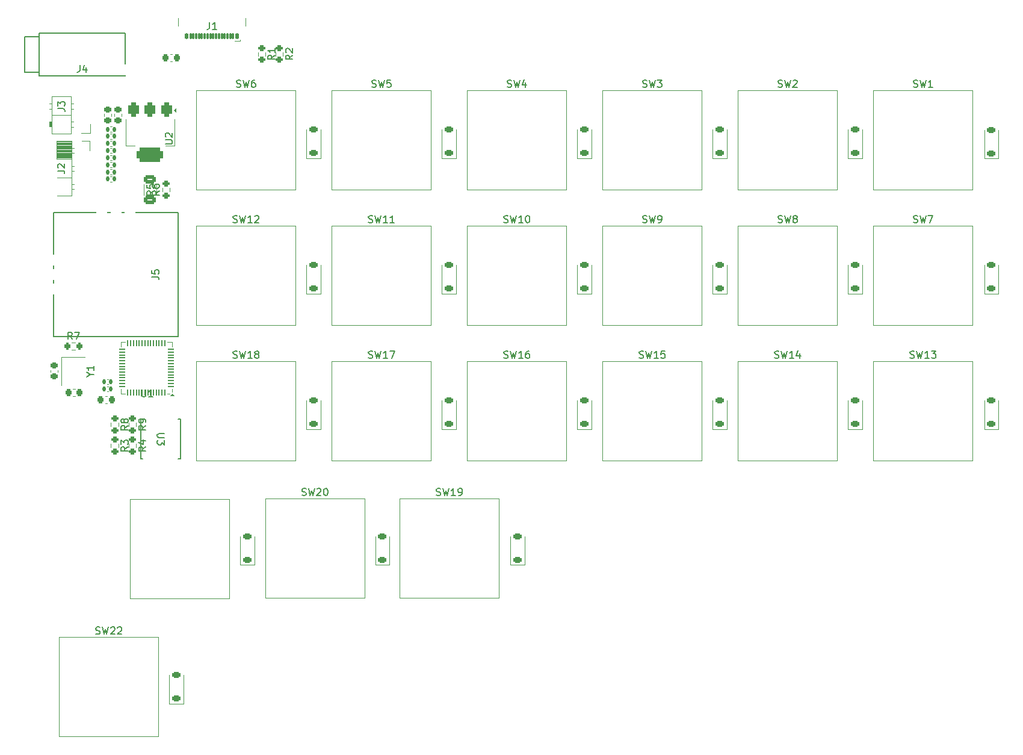
<source format=gto>
%TF.GenerationSoftware,KiCad,Pcbnew,9.0.0*%
%TF.CreationDate,2025-03-25T01:57:01+09:00*%
%TF.ProjectId,keyboardR,6b657962-6f61-4726-9452-2e6b69636164,rev?*%
%TF.SameCoordinates,Original*%
%TF.FileFunction,Legend,Top*%
%TF.FilePolarity,Positive*%
%FSLAX46Y46*%
G04 Gerber Fmt 4.6, Leading zero omitted, Abs format (unit mm)*
G04 Created by KiCad (PCBNEW 9.0.0) date 2025-03-25 01:57:01*
%MOMM*%
%LPD*%
G01*
G04 APERTURE LIST*
G04 Aperture macros list*
%AMRoundRect*
0 Rectangle with rounded corners*
0 $1 Rounding radius*
0 $2 $3 $4 $5 $6 $7 $8 $9 X,Y pos of 4 corners*
0 Add a 4 corners polygon primitive as box body*
4,1,4,$2,$3,$4,$5,$6,$7,$8,$9,$2,$3,0*
0 Add four circle primitives for the rounded corners*
1,1,$1+$1,$2,$3*
1,1,$1+$1,$4,$5*
1,1,$1+$1,$6,$7*
1,1,$1+$1,$8,$9*
0 Add four rect primitives between the rounded corners*
20,1,$1+$1,$2,$3,$4,$5,0*
20,1,$1+$1,$4,$5,$6,$7,0*
20,1,$1+$1,$6,$7,$8,$9,0*
20,1,$1+$1,$8,$9,$2,$3,0*%
G04 Aperture macros list end*
%ADD10C,0.150000*%
%ADD11C,0.120000*%
%ADD12C,0.152400*%
%ADD13C,2.010000*%
%ADD14O,2.000000X1.500000*%
%ADD15O,1.500000X2.000000*%
%ADD16R,1.200000X1.400000*%
%ADD17RoundRect,0.200000X-0.275000X0.200000X-0.275000X-0.200000X0.275000X-0.200000X0.275000X0.200000X0*%
%ADD18RoundRect,0.200000X-0.200000X-0.275000X0.200000X-0.275000X0.200000X0.275000X-0.200000X0.275000X0*%
%ADD19RoundRect,0.200000X0.275000X-0.200000X0.275000X0.200000X-0.275000X0.200000X-0.275000X-0.200000X0*%
%ADD20C,1.200000*%
%ADD21O,2.300000X1.500000*%
%ADD22R,1.700000X1.700000*%
%ADD23O,1.700000X1.700000*%
%ADD24RoundRect,0.225000X0.250000X-0.225000X0.250000X0.225000X-0.250000X0.225000X-0.250000X-0.225000X0*%
%ADD25RoundRect,0.225000X-0.225000X-0.250000X0.225000X-0.250000X0.225000X0.250000X-0.225000X0.250000X0*%
%ADD26RoundRect,0.225000X0.375000X-0.225000X0.375000X0.225000X-0.375000X0.225000X-0.375000X-0.225000X0*%
%ADD27C,1.700000*%
%ADD28C,4.000000*%
%ADD29C,2.200000*%
%ADD30RoundRect,0.250000X0.625000X-0.312500X0.625000X0.312500X-0.625000X0.312500X-0.625000X-0.312500X0*%
%ADD31RoundRect,0.140000X0.140000X0.170000X-0.140000X0.170000X-0.140000X-0.170000X0.140000X-0.170000X0*%
%ADD32RoundRect,0.375000X-0.375000X0.625000X-0.375000X-0.625000X0.375000X-0.625000X0.375000X0.625000X0*%
%ADD33RoundRect,0.500000X-1.400000X0.500000X-1.400000X-0.500000X1.400000X-0.500000X1.400000X0.500000X0*%
%ADD34R,0.533400X1.524000*%
%ADD35RoundRect,0.225000X-0.250000X0.225000X-0.250000X-0.225000X0.250000X-0.225000X0.250000X0.225000X0*%
%ADD36RoundRect,0.070000X0.070000X0.345000X-0.070000X0.345000X-0.070000X-0.345000X0.070000X-0.345000X0*%
%ADD37RoundRect,0.112500X0.112500X0.302500X-0.112500X0.302500X-0.112500X-0.302500X0.112500X-0.302500X0*%
%ADD38C,0.850000*%
%ADD39O,0.550000X2.050000*%
%ADD40RoundRect,0.050000X0.387500X0.050000X-0.387500X0.050000X-0.387500X-0.050000X0.387500X-0.050000X0*%
%ADD41RoundRect,0.050000X0.050000X0.387500X-0.050000X0.387500X-0.050000X-0.387500X0.050000X-0.387500X0*%
%ADD42R,3.200000X3.200000*%
%ADD43RoundRect,0.225000X0.225000X0.250000X-0.225000X0.250000X-0.225000X-0.250000X0.225000X-0.250000X0*%
G04 APERTURE END LIST*
D10*
X85578628Y-97476190D02*
X86054819Y-97476190D01*
X85054819Y-97809523D02*
X85578628Y-97476190D01*
X85578628Y-97476190D02*
X85054819Y-97142857D01*
X86054819Y-96285714D02*
X86054819Y-96857142D01*
X86054819Y-96571428D02*
X85054819Y-96571428D01*
X85054819Y-96571428D02*
X85197676Y-96666666D01*
X85197676Y-96666666D02*
X85292914Y-96761904D01*
X85292914Y-96761904D02*
X85340533Y-96857142D01*
X93384819Y-104666666D02*
X92908628Y-104999999D01*
X93384819Y-105238094D02*
X92384819Y-105238094D01*
X92384819Y-105238094D02*
X92384819Y-104857142D01*
X92384819Y-104857142D02*
X92432438Y-104761904D01*
X92432438Y-104761904D02*
X92480057Y-104714285D01*
X92480057Y-104714285D02*
X92575295Y-104666666D01*
X92575295Y-104666666D02*
X92718152Y-104666666D01*
X92718152Y-104666666D02*
X92813390Y-104714285D01*
X92813390Y-104714285D02*
X92861009Y-104761904D01*
X92861009Y-104761904D02*
X92908628Y-104857142D01*
X92908628Y-104857142D02*
X92908628Y-105238094D01*
X93384819Y-104190475D02*
X93384819Y-103999999D01*
X93384819Y-103999999D02*
X93337200Y-103904761D01*
X93337200Y-103904761D02*
X93289580Y-103857142D01*
X93289580Y-103857142D02*
X93146723Y-103761904D01*
X93146723Y-103761904D02*
X92956247Y-103714285D01*
X92956247Y-103714285D02*
X92575295Y-103714285D01*
X92575295Y-103714285D02*
X92480057Y-103761904D01*
X92480057Y-103761904D02*
X92432438Y-103809523D01*
X92432438Y-103809523D02*
X92384819Y-103904761D01*
X92384819Y-103904761D02*
X92384819Y-104095237D01*
X92384819Y-104095237D02*
X92432438Y-104190475D01*
X92432438Y-104190475D02*
X92480057Y-104238094D01*
X92480057Y-104238094D02*
X92575295Y-104285713D01*
X92575295Y-104285713D02*
X92813390Y-104285713D01*
X92813390Y-104285713D02*
X92908628Y-104238094D01*
X92908628Y-104238094D02*
X92956247Y-104190475D01*
X92956247Y-104190475D02*
X93003866Y-104095237D01*
X93003866Y-104095237D02*
X93003866Y-103904761D01*
X93003866Y-103904761D02*
X92956247Y-103809523D01*
X92956247Y-103809523D02*
X92908628Y-103761904D01*
X92908628Y-103761904D02*
X92813390Y-103714285D01*
X90884819Y-104666666D02*
X90408628Y-104999999D01*
X90884819Y-105238094D02*
X89884819Y-105238094D01*
X89884819Y-105238094D02*
X89884819Y-104857142D01*
X89884819Y-104857142D02*
X89932438Y-104761904D01*
X89932438Y-104761904D02*
X89980057Y-104714285D01*
X89980057Y-104714285D02*
X90075295Y-104666666D01*
X90075295Y-104666666D02*
X90218152Y-104666666D01*
X90218152Y-104666666D02*
X90313390Y-104714285D01*
X90313390Y-104714285D02*
X90361009Y-104761904D01*
X90361009Y-104761904D02*
X90408628Y-104857142D01*
X90408628Y-104857142D02*
X90408628Y-105238094D01*
X90313390Y-104095237D02*
X90265771Y-104190475D01*
X90265771Y-104190475D02*
X90218152Y-104238094D01*
X90218152Y-104238094D02*
X90122914Y-104285713D01*
X90122914Y-104285713D02*
X90075295Y-104285713D01*
X90075295Y-104285713D02*
X89980057Y-104238094D01*
X89980057Y-104238094D02*
X89932438Y-104190475D01*
X89932438Y-104190475D02*
X89884819Y-104095237D01*
X89884819Y-104095237D02*
X89884819Y-103904761D01*
X89884819Y-103904761D02*
X89932438Y-103809523D01*
X89932438Y-103809523D02*
X89980057Y-103761904D01*
X89980057Y-103761904D02*
X90075295Y-103714285D01*
X90075295Y-103714285D02*
X90122914Y-103714285D01*
X90122914Y-103714285D02*
X90218152Y-103761904D01*
X90218152Y-103761904D02*
X90265771Y-103809523D01*
X90265771Y-103809523D02*
X90313390Y-103904761D01*
X90313390Y-103904761D02*
X90313390Y-104095237D01*
X90313390Y-104095237D02*
X90361009Y-104190475D01*
X90361009Y-104190475D02*
X90408628Y-104238094D01*
X90408628Y-104238094D02*
X90503866Y-104285713D01*
X90503866Y-104285713D02*
X90694342Y-104285713D01*
X90694342Y-104285713D02*
X90789580Y-104238094D01*
X90789580Y-104238094D02*
X90837200Y-104190475D01*
X90837200Y-104190475D02*
X90884819Y-104095237D01*
X90884819Y-104095237D02*
X90884819Y-103904761D01*
X90884819Y-103904761D02*
X90837200Y-103809523D01*
X90837200Y-103809523D02*
X90789580Y-103761904D01*
X90789580Y-103761904D02*
X90694342Y-103714285D01*
X90694342Y-103714285D02*
X90503866Y-103714285D01*
X90503866Y-103714285D02*
X90408628Y-103761904D01*
X90408628Y-103761904D02*
X90361009Y-103809523D01*
X90361009Y-103809523D02*
X90313390Y-103904761D01*
X83008333Y-92524819D02*
X82675000Y-92048628D01*
X82436905Y-92524819D02*
X82436905Y-91524819D01*
X82436905Y-91524819D02*
X82817857Y-91524819D01*
X82817857Y-91524819D02*
X82913095Y-91572438D01*
X82913095Y-91572438D02*
X82960714Y-91620057D01*
X82960714Y-91620057D02*
X83008333Y-91715295D01*
X83008333Y-91715295D02*
X83008333Y-91858152D01*
X83008333Y-91858152D02*
X82960714Y-91953390D01*
X82960714Y-91953390D02*
X82913095Y-92001009D01*
X82913095Y-92001009D02*
X82817857Y-92048628D01*
X82817857Y-92048628D02*
X82436905Y-92048628D01*
X83341667Y-91524819D02*
X84008333Y-91524819D01*
X84008333Y-91524819D02*
X83579762Y-92524819D01*
X95259581Y-71666666D02*
X94783390Y-71999999D01*
X95259581Y-72238094D02*
X94259581Y-72238094D01*
X94259581Y-72238094D02*
X94259581Y-71857142D01*
X94259581Y-71857142D02*
X94307200Y-71761904D01*
X94307200Y-71761904D02*
X94354819Y-71714285D01*
X94354819Y-71714285D02*
X94450057Y-71666666D01*
X94450057Y-71666666D02*
X94592914Y-71666666D01*
X94592914Y-71666666D02*
X94688152Y-71714285D01*
X94688152Y-71714285D02*
X94735771Y-71761904D01*
X94735771Y-71761904D02*
X94783390Y-71857142D01*
X94783390Y-71857142D02*
X94783390Y-72238094D01*
X94259581Y-70809523D02*
X94259581Y-70999999D01*
X94259581Y-70999999D02*
X94307200Y-71095237D01*
X94307200Y-71095237D02*
X94354819Y-71142856D01*
X94354819Y-71142856D02*
X94497676Y-71238094D01*
X94497676Y-71238094D02*
X94688152Y-71285713D01*
X94688152Y-71285713D02*
X95069104Y-71285713D01*
X95069104Y-71285713D02*
X95164342Y-71238094D01*
X95164342Y-71238094D02*
X95211962Y-71190475D01*
X95211962Y-71190475D02*
X95259581Y-71095237D01*
X95259581Y-71095237D02*
X95259581Y-70904761D01*
X95259581Y-70904761D02*
X95211962Y-70809523D01*
X95211962Y-70809523D02*
X95164342Y-70761904D01*
X95164342Y-70761904D02*
X95069104Y-70714285D01*
X95069104Y-70714285D02*
X94831009Y-70714285D01*
X94831009Y-70714285D02*
X94735771Y-70761904D01*
X94735771Y-70761904D02*
X94688152Y-70809523D01*
X94688152Y-70809523D02*
X94640533Y-70904761D01*
X94640533Y-70904761D02*
X94640533Y-71095237D01*
X94640533Y-71095237D02*
X94688152Y-71190475D01*
X94688152Y-71190475D02*
X94735771Y-71238094D01*
X94735771Y-71238094D02*
X94831009Y-71285713D01*
X93384819Y-107666666D02*
X92908628Y-107999999D01*
X93384819Y-108238094D02*
X92384819Y-108238094D01*
X92384819Y-108238094D02*
X92384819Y-107857142D01*
X92384819Y-107857142D02*
X92432438Y-107761904D01*
X92432438Y-107761904D02*
X92480057Y-107714285D01*
X92480057Y-107714285D02*
X92575295Y-107666666D01*
X92575295Y-107666666D02*
X92718152Y-107666666D01*
X92718152Y-107666666D02*
X92813390Y-107714285D01*
X92813390Y-107714285D02*
X92861009Y-107761904D01*
X92861009Y-107761904D02*
X92908628Y-107857142D01*
X92908628Y-107857142D02*
X92908628Y-108238094D01*
X92718152Y-106809523D02*
X93384819Y-106809523D01*
X92337200Y-107047618D02*
X93051485Y-107285713D01*
X93051485Y-107285713D02*
X93051485Y-106666666D01*
X90884819Y-107666666D02*
X90408628Y-107999999D01*
X90884819Y-108238094D02*
X89884819Y-108238094D01*
X89884819Y-108238094D02*
X89884819Y-107857142D01*
X89884819Y-107857142D02*
X89932438Y-107761904D01*
X89932438Y-107761904D02*
X89980057Y-107714285D01*
X89980057Y-107714285D02*
X90075295Y-107666666D01*
X90075295Y-107666666D02*
X90218152Y-107666666D01*
X90218152Y-107666666D02*
X90313390Y-107714285D01*
X90313390Y-107714285D02*
X90361009Y-107761904D01*
X90361009Y-107761904D02*
X90408628Y-107857142D01*
X90408628Y-107857142D02*
X90408628Y-108238094D01*
X89884819Y-107333332D02*
X89884819Y-106714285D01*
X89884819Y-106714285D02*
X90265771Y-107047618D01*
X90265771Y-107047618D02*
X90265771Y-106904761D01*
X90265771Y-106904761D02*
X90313390Y-106809523D01*
X90313390Y-106809523D02*
X90361009Y-106761904D01*
X90361009Y-106761904D02*
X90456247Y-106714285D01*
X90456247Y-106714285D02*
X90694342Y-106714285D01*
X90694342Y-106714285D02*
X90789580Y-106761904D01*
X90789580Y-106761904D02*
X90837200Y-106809523D01*
X90837200Y-106809523D02*
X90884819Y-106904761D01*
X90884819Y-106904761D02*
X90884819Y-107190475D01*
X90884819Y-107190475D02*
X90837200Y-107285713D01*
X90837200Y-107285713D02*
X90789580Y-107333332D01*
X114048581Y-52590666D02*
X113572390Y-52923999D01*
X114048581Y-53162094D02*
X113048581Y-53162094D01*
X113048581Y-53162094D02*
X113048581Y-52781142D01*
X113048581Y-52781142D02*
X113096200Y-52685904D01*
X113096200Y-52685904D02*
X113143819Y-52638285D01*
X113143819Y-52638285D02*
X113239057Y-52590666D01*
X113239057Y-52590666D02*
X113381914Y-52590666D01*
X113381914Y-52590666D02*
X113477152Y-52638285D01*
X113477152Y-52638285D02*
X113524771Y-52685904D01*
X113524771Y-52685904D02*
X113572390Y-52781142D01*
X113572390Y-52781142D02*
X113572390Y-53162094D01*
X113143819Y-52209713D02*
X113096200Y-52162094D01*
X113096200Y-52162094D02*
X113048581Y-52066856D01*
X113048581Y-52066856D02*
X113048581Y-51828761D01*
X113048581Y-51828761D02*
X113096200Y-51733523D01*
X113096200Y-51733523D02*
X113143819Y-51685904D01*
X113143819Y-51685904D02*
X113239057Y-51638285D01*
X113239057Y-51638285D02*
X113334295Y-51638285D01*
X113334295Y-51638285D02*
X113477152Y-51685904D01*
X113477152Y-51685904D02*
X114048581Y-52257332D01*
X114048581Y-52257332D02*
X114048581Y-51638285D01*
X111548581Y-52590666D02*
X111072390Y-52923999D01*
X111548581Y-53162094D02*
X110548581Y-53162094D01*
X110548581Y-53162094D02*
X110548581Y-52781142D01*
X110548581Y-52781142D02*
X110596200Y-52685904D01*
X110596200Y-52685904D02*
X110643819Y-52638285D01*
X110643819Y-52638285D02*
X110739057Y-52590666D01*
X110739057Y-52590666D02*
X110881914Y-52590666D01*
X110881914Y-52590666D02*
X110977152Y-52638285D01*
X110977152Y-52638285D02*
X111024771Y-52685904D01*
X111024771Y-52685904D02*
X111072390Y-52781142D01*
X111072390Y-52781142D02*
X111072390Y-53162094D01*
X111548581Y-51638285D02*
X111548581Y-52209713D01*
X111548581Y-51923999D02*
X110548581Y-51923999D01*
X110548581Y-51923999D02*
X110691438Y-52019237D01*
X110691438Y-52019237D02*
X110786676Y-52114475D01*
X110786676Y-52114475D02*
X110834295Y-52209713D01*
X84080428Y-53987019D02*
X84080428Y-54701304D01*
X84080428Y-54701304D02*
X84032809Y-54844161D01*
X84032809Y-54844161D02*
X83937571Y-54939400D01*
X83937571Y-54939400D02*
X83794714Y-54987019D01*
X83794714Y-54987019D02*
X83699476Y-54987019D01*
X84985190Y-54320352D02*
X84985190Y-54987019D01*
X84747095Y-53939400D02*
X84509000Y-54653685D01*
X84509000Y-54653685D02*
X85128047Y-54653685D01*
X80984819Y-60093333D02*
X81699104Y-60093333D01*
X81699104Y-60093333D02*
X81841961Y-60140952D01*
X81841961Y-60140952D02*
X81937200Y-60236190D01*
X81937200Y-60236190D02*
X81984819Y-60379047D01*
X81984819Y-60379047D02*
X81984819Y-60474285D01*
X80984819Y-59712380D02*
X80984819Y-59093333D01*
X80984819Y-59093333D02*
X81365771Y-59426666D01*
X81365771Y-59426666D02*
X81365771Y-59283809D01*
X81365771Y-59283809D02*
X81413390Y-59188571D01*
X81413390Y-59188571D02*
X81461009Y-59140952D01*
X81461009Y-59140952D02*
X81556247Y-59093333D01*
X81556247Y-59093333D02*
X81794342Y-59093333D01*
X81794342Y-59093333D02*
X81889580Y-59140952D01*
X81889580Y-59140952D02*
X81937200Y-59188571D01*
X81937200Y-59188571D02*
X81984819Y-59283809D01*
X81984819Y-59283809D02*
X81984819Y-59569523D01*
X81984819Y-59569523D02*
X81937200Y-59664761D01*
X81937200Y-59664761D02*
X81889580Y-59712380D01*
X80950057Y-68853333D02*
X81664342Y-68853333D01*
X81664342Y-68853333D02*
X81807199Y-68900952D01*
X81807199Y-68900952D02*
X81902438Y-68996190D01*
X81902438Y-68996190D02*
X81950057Y-69139047D01*
X81950057Y-69139047D02*
X81950057Y-69234285D01*
X81045295Y-68424761D02*
X80997676Y-68377142D01*
X80997676Y-68377142D02*
X80950057Y-68281904D01*
X80950057Y-68281904D02*
X80950057Y-68043809D01*
X80950057Y-68043809D02*
X80997676Y-67948571D01*
X80997676Y-67948571D02*
X81045295Y-67900952D01*
X81045295Y-67900952D02*
X81140533Y-67853333D01*
X81140533Y-67853333D02*
X81235771Y-67853333D01*
X81235771Y-67853333D02*
X81378628Y-67900952D01*
X81378628Y-67900952D02*
X81950057Y-68472380D01*
X81950057Y-68472380D02*
X81950057Y-67853333D01*
X105664238Y-76087200D02*
X105807095Y-76134819D01*
X105807095Y-76134819D02*
X106045190Y-76134819D01*
X106045190Y-76134819D02*
X106140428Y-76087200D01*
X106140428Y-76087200D02*
X106188047Y-76039580D01*
X106188047Y-76039580D02*
X106235666Y-75944342D01*
X106235666Y-75944342D02*
X106235666Y-75849104D01*
X106235666Y-75849104D02*
X106188047Y-75753866D01*
X106188047Y-75753866D02*
X106140428Y-75706247D01*
X106140428Y-75706247D02*
X106045190Y-75658628D01*
X106045190Y-75658628D02*
X105854714Y-75611009D01*
X105854714Y-75611009D02*
X105759476Y-75563390D01*
X105759476Y-75563390D02*
X105711857Y-75515771D01*
X105711857Y-75515771D02*
X105664238Y-75420533D01*
X105664238Y-75420533D02*
X105664238Y-75325295D01*
X105664238Y-75325295D02*
X105711857Y-75230057D01*
X105711857Y-75230057D02*
X105759476Y-75182438D01*
X105759476Y-75182438D02*
X105854714Y-75134819D01*
X105854714Y-75134819D02*
X106092809Y-75134819D01*
X106092809Y-75134819D02*
X106235666Y-75182438D01*
X106569000Y-75134819D02*
X106807095Y-76134819D01*
X106807095Y-76134819D02*
X106997571Y-75420533D01*
X106997571Y-75420533D02*
X107188047Y-76134819D01*
X107188047Y-76134819D02*
X107426143Y-75134819D01*
X108330904Y-76134819D02*
X107759476Y-76134819D01*
X108045190Y-76134819D02*
X108045190Y-75134819D01*
X108045190Y-75134819D02*
X107949952Y-75277676D01*
X107949952Y-75277676D02*
X107854714Y-75372914D01*
X107854714Y-75372914D02*
X107759476Y-75420533D01*
X108711857Y-75230057D02*
X108759476Y-75182438D01*
X108759476Y-75182438D02*
X108854714Y-75134819D01*
X108854714Y-75134819D02*
X109092809Y-75134819D01*
X109092809Y-75134819D02*
X109188047Y-75182438D01*
X109188047Y-75182438D02*
X109235666Y-75230057D01*
X109235666Y-75230057D02*
X109283285Y-75325295D01*
X109283285Y-75325295D02*
X109283285Y-75420533D01*
X109283285Y-75420533D02*
X109235666Y-75563390D01*
X109235666Y-75563390D02*
X108664238Y-76134819D01*
X108664238Y-76134819D02*
X109283285Y-76134819D01*
X94524819Y-71696666D02*
X94048628Y-72029999D01*
X94524819Y-72268094D02*
X93524819Y-72268094D01*
X93524819Y-72268094D02*
X93524819Y-71887142D01*
X93524819Y-71887142D02*
X93572438Y-71791904D01*
X93572438Y-71791904D02*
X93620057Y-71744285D01*
X93620057Y-71744285D02*
X93715295Y-71696666D01*
X93715295Y-71696666D02*
X93858152Y-71696666D01*
X93858152Y-71696666D02*
X93953390Y-71744285D01*
X93953390Y-71744285D02*
X94001009Y-71791904D01*
X94001009Y-71791904D02*
X94048628Y-71887142D01*
X94048628Y-71887142D02*
X94048628Y-72268094D01*
X93524819Y-70791904D02*
X93524819Y-71268094D01*
X93524819Y-71268094D02*
X94001009Y-71315713D01*
X94001009Y-71315713D02*
X93953390Y-71268094D01*
X93953390Y-71268094D02*
X93905771Y-71172856D01*
X93905771Y-71172856D02*
X93905771Y-70934761D01*
X93905771Y-70934761D02*
X93953390Y-70839523D01*
X93953390Y-70839523D02*
X94001009Y-70791904D01*
X94001009Y-70791904D02*
X94096247Y-70744285D01*
X94096247Y-70744285D02*
X94334342Y-70744285D01*
X94334342Y-70744285D02*
X94429580Y-70791904D01*
X94429580Y-70791904D02*
X94477200Y-70839523D01*
X94477200Y-70839523D02*
X94524819Y-70934761D01*
X94524819Y-70934761D02*
X94524819Y-71172856D01*
X94524819Y-71172856D02*
X94477200Y-71268094D01*
X94477200Y-71268094D02*
X94429580Y-71315713D01*
X181864238Y-95137200D02*
X182007095Y-95184819D01*
X182007095Y-95184819D02*
X182245190Y-95184819D01*
X182245190Y-95184819D02*
X182340428Y-95137200D01*
X182340428Y-95137200D02*
X182388047Y-95089580D01*
X182388047Y-95089580D02*
X182435666Y-94994342D01*
X182435666Y-94994342D02*
X182435666Y-94899104D01*
X182435666Y-94899104D02*
X182388047Y-94803866D01*
X182388047Y-94803866D02*
X182340428Y-94756247D01*
X182340428Y-94756247D02*
X182245190Y-94708628D01*
X182245190Y-94708628D02*
X182054714Y-94661009D01*
X182054714Y-94661009D02*
X181959476Y-94613390D01*
X181959476Y-94613390D02*
X181911857Y-94565771D01*
X181911857Y-94565771D02*
X181864238Y-94470533D01*
X181864238Y-94470533D02*
X181864238Y-94375295D01*
X181864238Y-94375295D02*
X181911857Y-94280057D01*
X181911857Y-94280057D02*
X181959476Y-94232438D01*
X181959476Y-94232438D02*
X182054714Y-94184819D01*
X182054714Y-94184819D02*
X182292809Y-94184819D01*
X182292809Y-94184819D02*
X182435666Y-94232438D01*
X182769000Y-94184819D02*
X183007095Y-95184819D01*
X183007095Y-95184819D02*
X183197571Y-94470533D01*
X183197571Y-94470533D02*
X183388047Y-95184819D01*
X183388047Y-95184819D02*
X183626143Y-94184819D01*
X184530904Y-95184819D02*
X183959476Y-95184819D01*
X184245190Y-95184819D02*
X184245190Y-94184819D01*
X184245190Y-94184819D02*
X184149952Y-94327676D01*
X184149952Y-94327676D02*
X184054714Y-94422914D01*
X184054714Y-94422914D02*
X183959476Y-94470533D01*
X185388047Y-94518152D02*
X185388047Y-95184819D01*
X185149952Y-94137200D02*
X184911857Y-94851485D01*
X184911857Y-94851485D02*
X185530904Y-94851485D01*
X94218581Y-83757333D02*
X94932866Y-83757333D01*
X94932866Y-83757333D02*
X95075723Y-83804952D01*
X95075723Y-83804952D02*
X95170962Y-83900190D01*
X95170962Y-83900190D02*
X95218581Y-84043047D01*
X95218581Y-84043047D02*
X95218581Y-84138285D01*
X94218581Y-82804952D02*
X94218581Y-83281142D01*
X94218581Y-83281142D02*
X94694771Y-83328761D01*
X94694771Y-83328761D02*
X94647152Y-83281142D01*
X94647152Y-83281142D02*
X94599533Y-83185904D01*
X94599533Y-83185904D02*
X94599533Y-82947809D01*
X94599533Y-82947809D02*
X94647152Y-82852571D01*
X94647152Y-82852571D02*
X94694771Y-82804952D01*
X94694771Y-82804952D02*
X94790009Y-82757333D01*
X94790009Y-82757333D02*
X95028104Y-82757333D01*
X95028104Y-82757333D02*
X95123342Y-82804952D01*
X95123342Y-82804952D02*
X95170962Y-82852571D01*
X95170962Y-82852571D02*
X95218581Y-82947809D01*
X95218581Y-82947809D02*
X95218581Y-83185904D01*
X95218581Y-83185904D02*
X95170962Y-83281142D01*
X95170962Y-83281142D02*
X95123342Y-83328761D01*
X105664238Y-95137200D02*
X105807095Y-95184819D01*
X105807095Y-95184819D02*
X106045190Y-95184819D01*
X106045190Y-95184819D02*
X106140428Y-95137200D01*
X106140428Y-95137200D02*
X106188047Y-95089580D01*
X106188047Y-95089580D02*
X106235666Y-94994342D01*
X106235666Y-94994342D02*
X106235666Y-94899104D01*
X106235666Y-94899104D02*
X106188047Y-94803866D01*
X106188047Y-94803866D02*
X106140428Y-94756247D01*
X106140428Y-94756247D02*
X106045190Y-94708628D01*
X106045190Y-94708628D02*
X105854714Y-94661009D01*
X105854714Y-94661009D02*
X105759476Y-94613390D01*
X105759476Y-94613390D02*
X105711857Y-94565771D01*
X105711857Y-94565771D02*
X105664238Y-94470533D01*
X105664238Y-94470533D02*
X105664238Y-94375295D01*
X105664238Y-94375295D02*
X105711857Y-94280057D01*
X105711857Y-94280057D02*
X105759476Y-94232438D01*
X105759476Y-94232438D02*
X105854714Y-94184819D01*
X105854714Y-94184819D02*
X106092809Y-94184819D01*
X106092809Y-94184819D02*
X106235666Y-94232438D01*
X106569000Y-94184819D02*
X106807095Y-95184819D01*
X106807095Y-95184819D02*
X106997571Y-94470533D01*
X106997571Y-94470533D02*
X107188047Y-95184819D01*
X107188047Y-95184819D02*
X107426143Y-94184819D01*
X108330904Y-95184819D02*
X107759476Y-95184819D01*
X108045190Y-95184819D02*
X108045190Y-94184819D01*
X108045190Y-94184819D02*
X107949952Y-94327676D01*
X107949952Y-94327676D02*
X107854714Y-94422914D01*
X107854714Y-94422914D02*
X107759476Y-94470533D01*
X108902333Y-94613390D02*
X108807095Y-94565771D01*
X108807095Y-94565771D02*
X108759476Y-94518152D01*
X108759476Y-94518152D02*
X108711857Y-94422914D01*
X108711857Y-94422914D02*
X108711857Y-94375295D01*
X108711857Y-94375295D02*
X108759476Y-94280057D01*
X108759476Y-94280057D02*
X108807095Y-94232438D01*
X108807095Y-94232438D02*
X108902333Y-94184819D01*
X108902333Y-94184819D02*
X109092809Y-94184819D01*
X109092809Y-94184819D02*
X109188047Y-94232438D01*
X109188047Y-94232438D02*
X109235666Y-94280057D01*
X109235666Y-94280057D02*
X109283285Y-94375295D01*
X109283285Y-94375295D02*
X109283285Y-94422914D01*
X109283285Y-94422914D02*
X109235666Y-94518152D01*
X109235666Y-94518152D02*
X109188047Y-94565771D01*
X109188047Y-94565771D02*
X109092809Y-94613390D01*
X109092809Y-94613390D02*
X108902333Y-94613390D01*
X108902333Y-94613390D02*
X108807095Y-94661009D01*
X108807095Y-94661009D02*
X108759476Y-94708628D01*
X108759476Y-94708628D02*
X108711857Y-94803866D01*
X108711857Y-94803866D02*
X108711857Y-94994342D01*
X108711857Y-94994342D02*
X108759476Y-95089580D01*
X108759476Y-95089580D02*
X108807095Y-95137200D01*
X108807095Y-95137200D02*
X108902333Y-95184819D01*
X108902333Y-95184819D02*
X109092809Y-95184819D01*
X109092809Y-95184819D02*
X109188047Y-95137200D01*
X109188047Y-95137200D02*
X109235666Y-95089580D01*
X109235666Y-95089580D02*
X109283285Y-94994342D01*
X109283285Y-94994342D02*
X109283285Y-94803866D01*
X109283285Y-94803866D02*
X109235666Y-94708628D01*
X109235666Y-94708628D02*
X109188047Y-94661009D01*
X109188047Y-94661009D02*
X109092809Y-94613390D01*
X96114819Y-65081904D02*
X96924342Y-65081904D01*
X96924342Y-65081904D02*
X97019580Y-65034285D01*
X97019580Y-65034285D02*
X97067200Y-64986666D01*
X97067200Y-64986666D02*
X97114819Y-64891428D01*
X97114819Y-64891428D02*
X97114819Y-64700952D01*
X97114819Y-64700952D02*
X97067200Y-64605714D01*
X97067200Y-64605714D02*
X97019580Y-64558095D01*
X97019580Y-64558095D02*
X96924342Y-64510476D01*
X96924342Y-64510476D02*
X96114819Y-64510476D01*
X96210057Y-64081904D02*
X96162438Y-64034285D01*
X96162438Y-64034285D02*
X96114819Y-63939047D01*
X96114819Y-63939047D02*
X96114819Y-63700952D01*
X96114819Y-63700952D02*
X96162438Y-63605714D01*
X96162438Y-63605714D02*
X96210057Y-63558095D01*
X96210057Y-63558095D02*
X96305295Y-63510476D01*
X96305295Y-63510476D02*
X96400533Y-63510476D01*
X96400533Y-63510476D02*
X96543390Y-63558095D01*
X96543390Y-63558095D02*
X97114819Y-64129523D01*
X97114819Y-64129523D02*
X97114819Y-63510476D01*
X95996644Y-105784202D02*
X95187121Y-105784202D01*
X95187121Y-105784202D02*
X95091883Y-105831821D01*
X95091883Y-105831821D02*
X95044264Y-105879440D01*
X95044264Y-105879440D02*
X94996644Y-105974678D01*
X94996644Y-105974678D02*
X94996644Y-106165154D01*
X94996644Y-106165154D02*
X95044264Y-106260392D01*
X95044264Y-106260392D02*
X95091883Y-106308011D01*
X95091883Y-106308011D02*
X95187121Y-106355630D01*
X95187121Y-106355630D02*
X95996644Y-106355630D01*
X95996644Y-106736583D02*
X95996644Y-107355630D01*
X95996644Y-107355630D02*
X95615692Y-107022297D01*
X95615692Y-107022297D02*
X95615692Y-107165154D01*
X95615692Y-107165154D02*
X95568073Y-107260392D01*
X95568073Y-107260392D02*
X95520454Y-107308011D01*
X95520454Y-107308011D02*
X95425216Y-107355630D01*
X95425216Y-107355630D02*
X95187121Y-107355630D01*
X95187121Y-107355630D02*
X95091883Y-107308011D01*
X95091883Y-107308011D02*
X95044264Y-107260392D01*
X95044264Y-107260392D02*
X94996644Y-107165154D01*
X94996644Y-107165154D02*
X94996644Y-106879440D01*
X94996644Y-106879440D02*
X95044264Y-106784202D01*
X95044264Y-106784202D02*
X95091883Y-106736583D01*
X124714238Y-95137200D02*
X124857095Y-95184819D01*
X124857095Y-95184819D02*
X125095190Y-95184819D01*
X125095190Y-95184819D02*
X125190428Y-95137200D01*
X125190428Y-95137200D02*
X125238047Y-95089580D01*
X125238047Y-95089580D02*
X125285666Y-94994342D01*
X125285666Y-94994342D02*
X125285666Y-94899104D01*
X125285666Y-94899104D02*
X125238047Y-94803866D01*
X125238047Y-94803866D02*
X125190428Y-94756247D01*
X125190428Y-94756247D02*
X125095190Y-94708628D01*
X125095190Y-94708628D02*
X124904714Y-94661009D01*
X124904714Y-94661009D02*
X124809476Y-94613390D01*
X124809476Y-94613390D02*
X124761857Y-94565771D01*
X124761857Y-94565771D02*
X124714238Y-94470533D01*
X124714238Y-94470533D02*
X124714238Y-94375295D01*
X124714238Y-94375295D02*
X124761857Y-94280057D01*
X124761857Y-94280057D02*
X124809476Y-94232438D01*
X124809476Y-94232438D02*
X124904714Y-94184819D01*
X124904714Y-94184819D02*
X125142809Y-94184819D01*
X125142809Y-94184819D02*
X125285666Y-94232438D01*
X125619000Y-94184819D02*
X125857095Y-95184819D01*
X125857095Y-95184819D02*
X126047571Y-94470533D01*
X126047571Y-94470533D02*
X126238047Y-95184819D01*
X126238047Y-95184819D02*
X126476143Y-94184819D01*
X127380904Y-95184819D02*
X126809476Y-95184819D01*
X127095190Y-95184819D02*
X127095190Y-94184819D01*
X127095190Y-94184819D02*
X126999952Y-94327676D01*
X126999952Y-94327676D02*
X126904714Y-94422914D01*
X126904714Y-94422914D02*
X126809476Y-94470533D01*
X127714238Y-94184819D02*
X128380904Y-94184819D01*
X128380904Y-94184819D02*
X127952333Y-95184819D01*
X115354238Y-114457200D02*
X115497095Y-114504819D01*
X115497095Y-114504819D02*
X115735190Y-114504819D01*
X115735190Y-114504819D02*
X115830428Y-114457200D01*
X115830428Y-114457200D02*
X115878047Y-114409580D01*
X115878047Y-114409580D02*
X115925666Y-114314342D01*
X115925666Y-114314342D02*
X115925666Y-114219104D01*
X115925666Y-114219104D02*
X115878047Y-114123866D01*
X115878047Y-114123866D02*
X115830428Y-114076247D01*
X115830428Y-114076247D02*
X115735190Y-114028628D01*
X115735190Y-114028628D02*
X115544714Y-113981009D01*
X115544714Y-113981009D02*
X115449476Y-113933390D01*
X115449476Y-113933390D02*
X115401857Y-113885771D01*
X115401857Y-113885771D02*
X115354238Y-113790533D01*
X115354238Y-113790533D02*
X115354238Y-113695295D01*
X115354238Y-113695295D02*
X115401857Y-113600057D01*
X115401857Y-113600057D02*
X115449476Y-113552438D01*
X115449476Y-113552438D02*
X115544714Y-113504819D01*
X115544714Y-113504819D02*
X115782809Y-113504819D01*
X115782809Y-113504819D02*
X115925666Y-113552438D01*
X116259000Y-113504819D02*
X116497095Y-114504819D01*
X116497095Y-114504819D02*
X116687571Y-113790533D01*
X116687571Y-113790533D02*
X116878047Y-114504819D01*
X116878047Y-114504819D02*
X117116143Y-113504819D01*
X117449476Y-113600057D02*
X117497095Y-113552438D01*
X117497095Y-113552438D02*
X117592333Y-113504819D01*
X117592333Y-113504819D02*
X117830428Y-113504819D01*
X117830428Y-113504819D02*
X117925666Y-113552438D01*
X117925666Y-113552438D02*
X117973285Y-113600057D01*
X117973285Y-113600057D02*
X118020904Y-113695295D01*
X118020904Y-113695295D02*
X118020904Y-113790533D01*
X118020904Y-113790533D02*
X117973285Y-113933390D01*
X117973285Y-113933390D02*
X117401857Y-114504819D01*
X117401857Y-114504819D02*
X118020904Y-114504819D01*
X118639952Y-113504819D02*
X118735190Y-113504819D01*
X118735190Y-113504819D02*
X118830428Y-113552438D01*
X118830428Y-113552438D02*
X118878047Y-113600057D01*
X118878047Y-113600057D02*
X118925666Y-113695295D01*
X118925666Y-113695295D02*
X118973285Y-113885771D01*
X118973285Y-113885771D02*
X118973285Y-114123866D01*
X118973285Y-114123866D02*
X118925666Y-114314342D01*
X118925666Y-114314342D02*
X118878047Y-114409580D01*
X118878047Y-114409580D02*
X118830428Y-114457200D01*
X118830428Y-114457200D02*
X118735190Y-114504819D01*
X118735190Y-114504819D02*
X118639952Y-114504819D01*
X118639952Y-114504819D02*
X118544714Y-114457200D01*
X118544714Y-114457200D02*
X118497095Y-114409580D01*
X118497095Y-114409580D02*
X118449476Y-114314342D01*
X118449476Y-114314342D02*
X118401857Y-114123866D01*
X118401857Y-114123866D02*
X118401857Y-113885771D01*
X118401857Y-113885771D02*
X118449476Y-113695295D01*
X118449476Y-113695295D02*
X118497095Y-113600057D01*
X118497095Y-113600057D02*
X118544714Y-113552438D01*
X118544714Y-113552438D02*
X118639952Y-113504819D01*
X201390429Y-57037200D02*
X201533286Y-57084819D01*
X201533286Y-57084819D02*
X201771381Y-57084819D01*
X201771381Y-57084819D02*
X201866619Y-57037200D01*
X201866619Y-57037200D02*
X201914238Y-56989580D01*
X201914238Y-56989580D02*
X201961857Y-56894342D01*
X201961857Y-56894342D02*
X201961857Y-56799104D01*
X201961857Y-56799104D02*
X201914238Y-56703866D01*
X201914238Y-56703866D02*
X201866619Y-56656247D01*
X201866619Y-56656247D02*
X201771381Y-56608628D01*
X201771381Y-56608628D02*
X201580905Y-56561009D01*
X201580905Y-56561009D02*
X201485667Y-56513390D01*
X201485667Y-56513390D02*
X201438048Y-56465771D01*
X201438048Y-56465771D02*
X201390429Y-56370533D01*
X201390429Y-56370533D02*
X201390429Y-56275295D01*
X201390429Y-56275295D02*
X201438048Y-56180057D01*
X201438048Y-56180057D02*
X201485667Y-56132438D01*
X201485667Y-56132438D02*
X201580905Y-56084819D01*
X201580905Y-56084819D02*
X201819000Y-56084819D01*
X201819000Y-56084819D02*
X201961857Y-56132438D01*
X202295191Y-56084819D02*
X202533286Y-57084819D01*
X202533286Y-57084819D02*
X202723762Y-56370533D01*
X202723762Y-56370533D02*
X202914238Y-57084819D01*
X202914238Y-57084819D02*
X203152334Y-56084819D01*
X204057095Y-57084819D02*
X203485667Y-57084819D01*
X203771381Y-57084819D02*
X203771381Y-56084819D01*
X203771381Y-56084819D02*
X203676143Y-56227676D01*
X203676143Y-56227676D02*
X203580905Y-56322914D01*
X203580905Y-56322914D02*
X203485667Y-56370533D01*
X102330428Y-47954819D02*
X102330428Y-48669104D01*
X102330428Y-48669104D02*
X102282809Y-48811961D01*
X102282809Y-48811961D02*
X102187571Y-48907200D01*
X102187571Y-48907200D02*
X102044714Y-48954819D01*
X102044714Y-48954819D02*
X101949476Y-48954819D01*
X103330428Y-48954819D02*
X102759000Y-48954819D01*
X103044714Y-48954819D02*
X103044714Y-47954819D01*
X103044714Y-47954819D02*
X102949476Y-48097676D01*
X102949476Y-48097676D02*
X102854238Y-48192914D01*
X102854238Y-48192914D02*
X102759000Y-48240533D01*
X124714238Y-76087200D02*
X124857095Y-76134819D01*
X124857095Y-76134819D02*
X125095190Y-76134819D01*
X125095190Y-76134819D02*
X125190428Y-76087200D01*
X125190428Y-76087200D02*
X125238047Y-76039580D01*
X125238047Y-76039580D02*
X125285666Y-75944342D01*
X125285666Y-75944342D02*
X125285666Y-75849104D01*
X125285666Y-75849104D02*
X125238047Y-75753866D01*
X125238047Y-75753866D02*
X125190428Y-75706247D01*
X125190428Y-75706247D02*
X125095190Y-75658628D01*
X125095190Y-75658628D02*
X124904714Y-75611009D01*
X124904714Y-75611009D02*
X124809476Y-75563390D01*
X124809476Y-75563390D02*
X124761857Y-75515771D01*
X124761857Y-75515771D02*
X124714238Y-75420533D01*
X124714238Y-75420533D02*
X124714238Y-75325295D01*
X124714238Y-75325295D02*
X124761857Y-75230057D01*
X124761857Y-75230057D02*
X124809476Y-75182438D01*
X124809476Y-75182438D02*
X124904714Y-75134819D01*
X124904714Y-75134819D02*
X125142809Y-75134819D01*
X125142809Y-75134819D02*
X125285666Y-75182438D01*
X125619000Y-75134819D02*
X125857095Y-76134819D01*
X125857095Y-76134819D02*
X126047571Y-75420533D01*
X126047571Y-75420533D02*
X126238047Y-76134819D01*
X126238047Y-76134819D02*
X126476143Y-75134819D01*
X127380904Y-76134819D02*
X126809476Y-76134819D01*
X127095190Y-76134819D02*
X127095190Y-75134819D01*
X127095190Y-75134819D02*
X126999952Y-75277676D01*
X126999952Y-75277676D02*
X126904714Y-75372914D01*
X126904714Y-75372914D02*
X126809476Y-75420533D01*
X128333285Y-76134819D02*
X127761857Y-76134819D01*
X128047571Y-76134819D02*
X128047571Y-75134819D01*
X128047571Y-75134819D02*
X127952333Y-75277676D01*
X127952333Y-75277676D02*
X127857095Y-75372914D01*
X127857095Y-75372914D02*
X127761857Y-75420533D01*
X163290429Y-76087200D02*
X163433286Y-76134819D01*
X163433286Y-76134819D02*
X163671381Y-76134819D01*
X163671381Y-76134819D02*
X163766619Y-76087200D01*
X163766619Y-76087200D02*
X163814238Y-76039580D01*
X163814238Y-76039580D02*
X163861857Y-75944342D01*
X163861857Y-75944342D02*
X163861857Y-75849104D01*
X163861857Y-75849104D02*
X163814238Y-75753866D01*
X163814238Y-75753866D02*
X163766619Y-75706247D01*
X163766619Y-75706247D02*
X163671381Y-75658628D01*
X163671381Y-75658628D02*
X163480905Y-75611009D01*
X163480905Y-75611009D02*
X163385667Y-75563390D01*
X163385667Y-75563390D02*
X163338048Y-75515771D01*
X163338048Y-75515771D02*
X163290429Y-75420533D01*
X163290429Y-75420533D02*
X163290429Y-75325295D01*
X163290429Y-75325295D02*
X163338048Y-75230057D01*
X163338048Y-75230057D02*
X163385667Y-75182438D01*
X163385667Y-75182438D02*
X163480905Y-75134819D01*
X163480905Y-75134819D02*
X163719000Y-75134819D01*
X163719000Y-75134819D02*
X163861857Y-75182438D01*
X164195191Y-75134819D02*
X164433286Y-76134819D01*
X164433286Y-76134819D02*
X164623762Y-75420533D01*
X164623762Y-75420533D02*
X164814238Y-76134819D01*
X164814238Y-76134819D02*
X165052334Y-75134819D01*
X165480905Y-76134819D02*
X165671381Y-76134819D01*
X165671381Y-76134819D02*
X165766619Y-76087200D01*
X165766619Y-76087200D02*
X165814238Y-76039580D01*
X165814238Y-76039580D02*
X165909476Y-75896723D01*
X165909476Y-75896723D02*
X165957095Y-75706247D01*
X165957095Y-75706247D02*
X165957095Y-75325295D01*
X165957095Y-75325295D02*
X165909476Y-75230057D01*
X165909476Y-75230057D02*
X165861857Y-75182438D01*
X165861857Y-75182438D02*
X165766619Y-75134819D01*
X165766619Y-75134819D02*
X165576143Y-75134819D01*
X165576143Y-75134819D02*
X165480905Y-75182438D01*
X165480905Y-75182438D02*
X165433286Y-75230057D01*
X165433286Y-75230057D02*
X165385667Y-75325295D01*
X165385667Y-75325295D02*
X165385667Y-75563390D01*
X165385667Y-75563390D02*
X165433286Y-75658628D01*
X165433286Y-75658628D02*
X165480905Y-75706247D01*
X165480905Y-75706247D02*
X165576143Y-75753866D01*
X165576143Y-75753866D02*
X165766619Y-75753866D01*
X165766619Y-75753866D02*
X165861857Y-75706247D01*
X165861857Y-75706247D02*
X165909476Y-75658628D01*
X165909476Y-75658628D02*
X165957095Y-75563390D01*
X143764238Y-76087200D02*
X143907095Y-76134819D01*
X143907095Y-76134819D02*
X144145190Y-76134819D01*
X144145190Y-76134819D02*
X144240428Y-76087200D01*
X144240428Y-76087200D02*
X144288047Y-76039580D01*
X144288047Y-76039580D02*
X144335666Y-75944342D01*
X144335666Y-75944342D02*
X144335666Y-75849104D01*
X144335666Y-75849104D02*
X144288047Y-75753866D01*
X144288047Y-75753866D02*
X144240428Y-75706247D01*
X144240428Y-75706247D02*
X144145190Y-75658628D01*
X144145190Y-75658628D02*
X143954714Y-75611009D01*
X143954714Y-75611009D02*
X143859476Y-75563390D01*
X143859476Y-75563390D02*
X143811857Y-75515771D01*
X143811857Y-75515771D02*
X143764238Y-75420533D01*
X143764238Y-75420533D02*
X143764238Y-75325295D01*
X143764238Y-75325295D02*
X143811857Y-75230057D01*
X143811857Y-75230057D02*
X143859476Y-75182438D01*
X143859476Y-75182438D02*
X143954714Y-75134819D01*
X143954714Y-75134819D02*
X144192809Y-75134819D01*
X144192809Y-75134819D02*
X144335666Y-75182438D01*
X144669000Y-75134819D02*
X144907095Y-76134819D01*
X144907095Y-76134819D02*
X145097571Y-75420533D01*
X145097571Y-75420533D02*
X145288047Y-76134819D01*
X145288047Y-76134819D02*
X145526143Y-75134819D01*
X146430904Y-76134819D02*
X145859476Y-76134819D01*
X146145190Y-76134819D02*
X146145190Y-75134819D01*
X146145190Y-75134819D02*
X146049952Y-75277676D01*
X146049952Y-75277676D02*
X145954714Y-75372914D01*
X145954714Y-75372914D02*
X145859476Y-75420533D01*
X147049952Y-75134819D02*
X147145190Y-75134819D01*
X147145190Y-75134819D02*
X147240428Y-75182438D01*
X147240428Y-75182438D02*
X147288047Y-75230057D01*
X147288047Y-75230057D02*
X147335666Y-75325295D01*
X147335666Y-75325295D02*
X147383285Y-75515771D01*
X147383285Y-75515771D02*
X147383285Y-75753866D01*
X147383285Y-75753866D02*
X147335666Y-75944342D01*
X147335666Y-75944342D02*
X147288047Y-76039580D01*
X147288047Y-76039580D02*
X147240428Y-76087200D01*
X147240428Y-76087200D02*
X147145190Y-76134819D01*
X147145190Y-76134819D02*
X147049952Y-76134819D01*
X147049952Y-76134819D02*
X146954714Y-76087200D01*
X146954714Y-76087200D02*
X146907095Y-76039580D01*
X146907095Y-76039580D02*
X146859476Y-75944342D01*
X146859476Y-75944342D02*
X146811857Y-75753866D01*
X146811857Y-75753866D02*
X146811857Y-75515771D01*
X146811857Y-75515771D02*
X146859476Y-75325295D01*
X146859476Y-75325295D02*
X146907095Y-75230057D01*
X146907095Y-75230057D02*
X146954714Y-75182438D01*
X146954714Y-75182438D02*
X147049952Y-75134819D01*
X162814238Y-95137200D02*
X162957095Y-95184819D01*
X162957095Y-95184819D02*
X163195190Y-95184819D01*
X163195190Y-95184819D02*
X163290428Y-95137200D01*
X163290428Y-95137200D02*
X163338047Y-95089580D01*
X163338047Y-95089580D02*
X163385666Y-94994342D01*
X163385666Y-94994342D02*
X163385666Y-94899104D01*
X163385666Y-94899104D02*
X163338047Y-94803866D01*
X163338047Y-94803866D02*
X163290428Y-94756247D01*
X163290428Y-94756247D02*
X163195190Y-94708628D01*
X163195190Y-94708628D02*
X163004714Y-94661009D01*
X163004714Y-94661009D02*
X162909476Y-94613390D01*
X162909476Y-94613390D02*
X162861857Y-94565771D01*
X162861857Y-94565771D02*
X162814238Y-94470533D01*
X162814238Y-94470533D02*
X162814238Y-94375295D01*
X162814238Y-94375295D02*
X162861857Y-94280057D01*
X162861857Y-94280057D02*
X162909476Y-94232438D01*
X162909476Y-94232438D02*
X163004714Y-94184819D01*
X163004714Y-94184819D02*
X163242809Y-94184819D01*
X163242809Y-94184819D02*
X163385666Y-94232438D01*
X163719000Y-94184819D02*
X163957095Y-95184819D01*
X163957095Y-95184819D02*
X164147571Y-94470533D01*
X164147571Y-94470533D02*
X164338047Y-95184819D01*
X164338047Y-95184819D02*
X164576143Y-94184819D01*
X165480904Y-95184819D02*
X164909476Y-95184819D01*
X165195190Y-95184819D02*
X165195190Y-94184819D01*
X165195190Y-94184819D02*
X165099952Y-94327676D01*
X165099952Y-94327676D02*
X165004714Y-94422914D01*
X165004714Y-94422914D02*
X164909476Y-94470533D01*
X166385666Y-94184819D02*
X165909476Y-94184819D01*
X165909476Y-94184819D02*
X165861857Y-94661009D01*
X165861857Y-94661009D02*
X165909476Y-94613390D01*
X165909476Y-94613390D02*
X166004714Y-94565771D01*
X166004714Y-94565771D02*
X166242809Y-94565771D01*
X166242809Y-94565771D02*
X166338047Y-94613390D01*
X166338047Y-94613390D02*
X166385666Y-94661009D01*
X166385666Y-94661009D02*
X166433285Y-94756247D01*
X166433285Y-94756247D02*
X166433285Y-94994342D01*
X166433285Y-94994342D02*
X166385666Y-95089580D01*
X166385666Y-95089580D02*
X166338047Y-95137200D01*
X166338047Y-95137200D02*
X166242809Y-95184819D01*
X166242809Y-95184819D02*
X166004714Y-95184819D01*
X166004714Y-95184819D02*
X165909476Y-95137200D01*
X165909476Y-95137200D02*
X165861857Y-95089580D01*
X125190429Y-57037200D02*
X125333286Y-57084819D01*
X125333286Y-57084819D02*
X125571381Y-57084819D01*
X125571381Y-57084819D02*
X125666619Y-57037200D01*
X125666619Y-57037200D02*
X125714238Y-56989580D01*
X125714238Y-56989580D02*
X125761857Y-56894342D01*
X125761857Y-56894342D02*
X125761857Y-56799104D01*
X125761857Y-56799104D02*
X125714238Y-56703866D01*
X125714238Y-56703866D02*
X125666619Y-56656247D01*
X125666619Y-56656247D02*
X125571381Y-56608628D01*
X125571381Y-56608628D02*
X125380905Y-56561009D01*
X125380905Y-56561009D02*
X125285667Y-56513390D01*
X125285667Y-56513390D02*
X125238048Y-56465771D01*
X125238048Y-56465771D02*
X125190429Y-56370533D01*
X125190429Y-56370533D02*
X125190429Y-56275295D01*
X125190429Y-56275295D02*
X125238048Y-56180057D01*
X125238048Y-56180057D02*
X125285667Y-56132438D01*
X125285667Y-56132438D02*
X125380905Y-56084819D01*
X125380905Y-56084819D02*
X125619000Y-56084819D01*
X125619000Y-56084819D02*
X125761857Y-56132438D01*
X126095191Y-56084819D02*
X126333286Y-57084819D01*
X126333286Y-57084819D02*
X126523762Y-56370533D01*
X126523762Y-56370533D02*
X126714238Y-57084819D01*
X126714238Y-57084819D02*
X126952334Y-56084819D01*
X127809476Y-56084819D02*
X127333286Y-56084819D01*
X127333286Y-56084819D02*
X127285667Y-56561009D01*
X127285667Y-56561009D02*
X127333286Y-56513390D01*
X127333286Y-56513390D02*
X127428524Y-56465771D01*
X127428524Y-56465771D02*
X127666619Y-56465771D01*
X127666619Y-56465771D02*
X127761857Y-56513390D01*
X127761857Y-56513390D02*
X127809476Y-56561009D01*
X127809476Y-56561009D02*
X127857095Y-56656247D01*
X127857095Y-56656247D02*
X127857095Y-56894342D01*
X127857095Y-56894342D02*
X127809476Y-56989580D01*
X127809476Y-56989580D02*
X127761857Y-57037200D01*
X127761857Y-57037200D02*
X127666619Y-57084819D01*
X127666619Y-57084819D02*
X127428524Y-57084819D01*
X127428524Y-57084819D02*
X127333286Y-57037200D01*
X127333286Y-57037200D02*
X127285667Y-56989580D01*
X92788095Y-99624819D02*
X92788095Y-100434342D01*
X92788095Y-100434342D02*
X92835714Y-100529580D01*
X92835714Y-100529580D02*
X92883333Y-100577200D01*
X92883333Y-100577200D02*
X92978571Y-100624819D01*
X92978571Y-100624819D02*
X93169047Y-100624819D01*
X93169047Y-100624819D02*
X93264285Y-100577200D01*
X93264285Y-100577200D02*
X93311904Y-100529580D01*
X93311904Y-100529580D02*
X93359523Y-100434342D01*
X93359523Y-100434342D02*
X93359523Y-99624819D01*
X94359523Y-100624819D02*
X93788095Y-100624819D01*
X94073809Y-100624819D02*
X94073809Y-99624819D01*
X94073809Y-99624819D02*
X93978571Y-99767676D01*
X93978571Y-99767676D02*
X93883333Y-99862914D01*
X93883333Y-99862914D02*
X93788095Y-99910533D01*
X200914238Y-95137200D02*
X201057095Y-95184819D01*
X201057095Y-95184819D02*
X201295190Y-95184819D01*
X201295190Y-95184819D02*
X201390428Y-95137200D01*
X201390428Y-95137200D02*
X201438047Y-95089580D01*
X201438047Y-95089580D02*
X201485666Y-94994342D01*
X201485666Y-94994342D02*
X201485666Y-94899104D01*
X201485666Y-94899104D02*
X201438047Y-94803866D01*
X201438047Y-94803866D02*
X201390428Y-94756247D01*
X201390428Y-94756247D02*
X201295190Y-94708628D01*
X201295190Y-94708628D02*
X201104714Y-94661009D01*
X201104714Y-94661009D02*
X201009476Y-94613390D01*
X201009476Y-94613390D02*
X200961857Y-94565771D01*
X200961857Y-94565771D02*
X200914238Y-94470533D01*
X200914238Y-94470533D02*
X200914238Y-94375295D01*
X200914238Y-94375295D02*
X200961857Y-94280057D01*
X200961857Y-94280057D02*
X201009476Y-94232438D01*
X201009476Y-94232438D02*
X201104714Y-94184819D01*
X201104714Y-94184819D02*
X201342809Y-94184819D01*
X201342809Y-94184819D02*
X201485666Y-94232438D01*
X201819000Y-94184819D02*
X202057095Y-95184819D01*
X202057095Y-95184819D02*
X202247571Y-94470533D01*
X202247571Y-94470533D02*
X202438047Y-95184819D01*
X202438047Y-95184819D02*
X202676143Y-94184819D01*
X203580904Y-95184819D02*
X203009476Y-95184819D01*
X203295190Y-95184819D02*
X203295190Y-94184819D01*
X203295190Y-94184819D02*
X203199952Y-94327676D01*
X203199952Y-94327676D02*
X203104714Y-94422914D01*
X203104714Y-94422914D02*
X203009476Y-94470533D01*
X203914238Y-94184819D02*
X204533285Y-94184819D01*
X204533285Y-94184819D02*
X204199952Y-94565771D01*
X204199952Y-94565771D02*
X204342809Y-94565771D01*
X204342809Y-94565771D02*
X204438047Y-94613390D01*
X204438047Y-94613390D02*
X204485666Y-94661009D01*
X204485666Y-94661009D02*
X204533285Y-94756247D01*
X204533285Y-94756247D02*
X204533285Y-94994342D01*
X204533285Y-94994342D02*
X204485666Y-95089580D01*
X204485666Y-95089580D02*
X204438047Y-95137200D01*
X204438047Y-95137200D02*
X204342809Y-95184819D01*
X204342809Y-95184819D02*
X204057095Y-95184819D01*
X204057095Y-95184819D02*
X203961857Y-95137200D01*
X203961857Y-95137200D02*
X203914238Y-95089580D01*
X182340429Y-57037200D02*
X182483286Y-57084819D01*
X182483286Y-57084819D02*
X182721381Y-57084819D01*
X182721381Y-57084819D02*
X182816619Y-57037200D01*
X182816619Y-57037200D02*
X182864238Y-56989580D01*
X182864238Y-56989580D02*
X182911857Y-56894342D01*
X182911857Y-56894342D02*
X182911857Y-56799104D01*
X182911857Y-56799104D02*
X182864238Y-56703866D01*
X182864238Y-56703866D02*
X182816619Y-56656247D01*
X182816619Y-56656247D02*
X182721381Y-56608628D01*
X182721381Y-56608628D02*
X182530905Y-56561009D01*
X182530905Y-56561009D02*
X182435667Y-56513390D01*
X182435667Y-56513390D02*
X182388048Y-56465771D01*
X182388048Y-56465771D02*
X182340429Y-56370533D01*
X182340429Y-56370533D02*
X182340429Y-56275295D01*
X182340429Y-56275295D02*
X182388048Y-56180057D01*
X182388048Y-56180057D02*
X182435667Y-56132438D01*
X182435667Y-56132438D02*
X182530905Y-56084819D01*
X182530905Y-56084819D02*
X182769000Y-56084819D01*
X182769000Y-56084819D02*
X182911857Y-56132438D01*
X183245191Y-56084819D02*
X183483286Y-57084819D01*
X183483286Y-57084819D02*
X183673762Y-56370533D01*
X183673762Y-56370533D02*
X183864238Y-57084819D01*
X183864238Y-57084819D02*
X184102334Y-56084819D01*
X184435667Y-56180057D02*
X184483286Y-56132438D01*
X184483286Y-56132438D02*
X184578524Y-56084819D01*
X184578524Y-56084819D02*
X184816619Y-56084819D01*
X184816619Y-56084819D02*
X184911857Y-56132438D01*
X184911857Y-56132438D02*
X184959476Y-56180057D01*
X184959476Y-56180057D02*
X185007095Y-56275295D01*
X185007095Y-56275295D02*
X185007095Y-56370533D01*
X185007095Y-56370533D02*
X184959476Y-56513390D01*
X184959476Y-56513390D02*
X184388048Y-57084819D01*
X184388048Y-57084819D02*
X185007095Y-57084819D01*
X163290429Y-57037200D02*
X163433286Y-57084819D01*
X163433286Y-57084819D02*
X163671381Y-57084819D01*
X163671381Y-57084819D02*
X163766619Y-57037200D01*
X163766619Y-57037200D02*
X163814238Y-56989580D01*
X163814238Y-56989580D02*
X163861857Y-56894342D01*
X163861857Y-56894342D02*
X163861857Y-56799104D01*
X163861857Y-56799104D02*
X163814238Y-56703866D01*
X163814238Y-56703866D02*
X163766619Y-56656247D01*
X163766619Y-56656247D02*
X163671381Y-56608628D01*
X163671381Y-56608628D02*
X163480905Y-56561009D01*
X163480905Y-56561009D02*
X163385667Y-56513390D01*
X163385667Y-56513390D02*
X163338048Y-56465771D01*
X163338048Y-56465771D02*
X163290429Y-56370533D01*
X163290429Y-56370533D02*
X163290429Y-56275295D01*
X163290429Y-56275295D02*
X163338048Y-56180057D01*
X163338048Y-56180057D02*
X163385667Y-56132438D01*
X163385667Y-56132438D02*
X163480905Y-56084819D01*
X163480905Y-56084819D02*
X163719000Y-56084819D01*
X163719000Y-56084819D02*
X163861857Y-56132438D01*
X164195191Y-56084819D02*
X164433286Y-57084819D01*
X164433286Y-57084819D02*
X164623762Y-56370533D01*
X164623762Y-56370533D02*
X164814238Y-57084819D01*
X164814238Y-57084819D02*
X165052334Y-56084819D01*
X165338048Y-56084819D02*
X165957095Y-56084819D01*
X165957095Y-56084819D02*
X165623762Y-56465771D01*
X165623762Y-56465771D02*
X165766619Y-56465771D01*
X165766619Y-56465771D02*
X165861857Y-56513390D01*
X165861857Y-56513390D02*
X165909476Y-56561009D01*
X165909476Y-56561009D02*
X165957095Y-56656247D01*
X165957095Y-56656247D02*
X165957095Y-56894342D01*
X165957095Y-56894342D02*
X165909476Y-56989580D01*
X165909476Y-56989580D02*
X165861857Y-57037200D01*
X165861857Y-57037200D02*
X165766619Y-57084819D01*
X165766619Y-57084819D02*
X165480905Y-57084819D01*
X165480905Y-57084819D02*
X165385667Y-57037200D01*
X165385667Y-57037200D02*
X165338048Y-56989580D01*
X144240429Y-57037200D02*
X144383286Y-57084819D01*
X144383286Y-57084819D02*
X144621381Y-57084819D01*
X144621381Y-57084819D02*
X144716619Y-57037200D01*
X144716619Y-57037200D02*
X144764238Y-56989580D01*
X144764238Y-56989580D02*
X144811857Y-56894342D01*
X144811857Y-56894342D02*
X144811857Y-56799104D01*
X144811857Y-56799104D02*
X144764238Y-56703866D01*
X144764238Y-56703866D02*
X144716619Y-56656247D01*
X144716619Y-56656247D02*
X144621381Y-56608628D01*
X144621381Y-56608628D02*
X144430905Y-56561009D01*
X144430905Y-56561009D02*
X144335667Y-56513390D01*
X144335667Y-56513390D02*
X144288048Y-56465771D01*
X144288048Y-56465771D02*
X144240429Y-56370533D01*
X144240429Y-56370533D02*
X144240429Y-56275295D01*
X144240429Y-56275295D02*
X144288048Y-56180057D01*
X144288048Y-56180057D02*
X144335667Y-56132438D01*
X144335667Y-56132438D02*
X144430905Y-56084819D01*
X144430905Y-56084819D02*
X144669000Y-56084819D01*
X144669000Y-56084819D02*
X144811857Y-56132438D01*
X145145191Y-56084819D02*
X145383286Y-57084819D01*
X145383286Y-57084819D02*
X145573762Y-56370533D01*
X145573762Y-56370533D02*
X145764238Y-57084819D01*
X145764238Y-57084819D02*
X146002334Y-56084819D01*
X146811857Y-56418152D02*
X146811857Y-57084819D01*
X146573762Y-56037200D02*
X146335667Y-56751485D01*
X146335667Y-56751485D02*
X146954714Y-56751485D01*
X106140429Y-57037200D02*
X106283286Y-57084819D01*
X106283286Y-57084819D02*
X106521381Y-57084819D01*
X106521381Y-57084819D02*
X106616619Y-57037200D01*
X106616619Y-57037200D02*
X106664238Y-56989580D01*
X106664238Y-56989580D02*
X106711857Y-56894342D01*
X106711857Y-56894342D02*
X106711857Y-56799104D01*
X106711857Y-56799104D02*
X106664238Y-56703866D01*
X106664238Y-56703866D02*
X106616619Y-56656247D01*
X106616619Y-56656247D02*
X106521381Y-56608628D01*
X106521381Y-56608628D02*
X106330905Y-56561009D01*
X106330905Y-56561009D02*
X106235667Y-56513390D01*
X106235667Y-56513390D02*
X106188048Y-56465771D01*
X106188048Y-56465771D02*
X106140429Y-56370533D01*
X106140429Y-56370533D02*
X106140429Y-56275295D01*
X106140429Y-56275295D02*
X106188048Y-56180057D01*
X106188048Y-56180057D02*
X106235667Y-56132438D01*
X106235667Y-56132438D02*
X106330905Y-56084819D01*
X106330905Y-56084819D02*
X106569000Y-56084819D01*
X106569000Y-56084819D02*
X106711857Y-56132438D01*
X107045191Y-56084819D02*
X107283286Y-57084819D01*
X107283286Y-57084819D02*
X107473762Y-56370533D01*
X107473762Y-56370533D02*
X107664238Y-57084819D01*
X107664238Y-57084819D02*
X107902334Y-56084819D01*
X108711857Y-56084819D02*
X108521381Y-56084819D01*
X108521381Y-56084819D02*
X108426143Y-56132438D01*
X108426143Y-56132438D02*
X108378524Y-56180057D01*
X108378524Y-56180057D02*
X108283286Y-56322914D01*
X108283286Y-56322914D02*
X108235667Y-56513390D01*
X108235667Y-56513390D02*
X108235667Y-56894342D01*
X108235667Y-56894342D02*
X108283286Y-56989580D01*
X108283286Y-56989580D02*
X108330905Y-57037200D01*
X108330905Y-57037200D02*
X108426143Y-57084819D01*
X108426143Y-57084819D02*
X108616619Y-57084819D01*
X108616619Y-57084819D02*
X108711857Y-57037200D01*
X108711857Y-57037200D02*
X108759476Y-56989580D01*
X108759476Y-56989580D02*
X108807095Y-56894342D01*
X108807095Y-56894342D02*
X108807095Y-56656247D01*
X108807095Y-56656247D02*
X108759476Y-56561009D01*
X108759476Y-56561009D02*
X108711857Y-56513390D01*
X108711857Y-56513390D02*
X108616619Y-56465771D01*
X108616619Y-56465771D02*
X108426143Y-56465771D01*
X108426143Y-56465771D02*
X108330905Y-56513390D01*
X108330905Y-56513390D02*
X108283286Y-56561009D01*
X108283286Y-56561009D02*
X108235667Y-56656247D01*
X182340429Y-76087200D02*
X182483286Y-76134819D01*
X182483286Y-76134819D02*
X182721381Y-76134819D01*
X182721381Y-76134819D02*
X182816619Y-76087200D01*
X182816619Y-76087200D02*
X182864238Y-76039580D01*
X182864238Y-76039580D02*
X182911857Y-75944342D01*
X182911857Y-75944342D02*
X182911857Y-75849104D01*
X182911857Y-75849104D02*
X182864238Y-75753866D01*
X182864238Y-75753866D02*
X182816619Y-75706247D01*
X182816619Y-75706247D02*
X182721381Y-75658628D01*
X182721381Y-75658628D02*
X182530905Y-75611009D01*
X182530905Y-75611009D02*
X182435667Y-75563390D01*
X182435667Y-75563390D02*
X182388048Y-75515771D01*
X182388048Y-75515771D02*
X182340429Y-75420533D01*
X182340429Y-75420533D02*
X182340429Y-75325295D01*
X182340429Y-75325295D02*
X182388048Y-75230057D01*
X182388048Y-75230057D02*
X182435667Y-75182438D01*
X182435667Y-75182438D02*
X182530905Y-75134819D01*
X182530905Y-75134819D02*
X182769000Y-75134819D01*
X182769000Y-75134819D02*
X182911857Y-75182438D01*
X183245191Y-75134819D02*
X183483286Y-76134819D01*
X183483286Y-76134819D02*
X183673762Y-75420533D01*
X183673762Y-75420533D02*
X183864238Y-76134819D01*
X183864238Y-76134819D02*
X184102334Y-75134819D01*
X184626143Y-75563390D02*
X184530905Y-75515771D01*
X184530905Y-75515771D02*
X184483286Y-75468152D01*
X184483286Y-75468152D02*
X184435667Y-75372914D01*
X184435667Y-75372914D02*
X184435667Y-75325295D01*
X184435667Y-75325295D02*
X184483286Y-75230057D01*
X184483286Y-75230057D02*
X184530905Y-75182438D01*
X184530905Y-75182438D02*
X184626143Y-75134819D01*
X184626143Y-75134819D02*
X184816619Y-75134819D01*
X184816619Y-75134819D02*
X184911857Y-75182438D01*
X184911857Y-75182438D02*
X184959476Y-75230057D01*
X184959476Y-75230057D02*
X185007095Y-75325295D01*
X185007095Y-75325295D02*
X185007095Y-75372914D01*
X185007095Y-75372914D02*
X184959476Y-75468152D01*
X184959476Y-75468152D02*
X184911857Y-75515771D01*
X184911857Y-75515771D02*
X184816619Y-75563390D01*
X184816619Y-75563390D02*
X184626143Y-75563390D01*
X184626143Y-75563390D02*
X184530905Y-75611009D01*
X184530905Y-75611009D02*
X184483286Y-75658628D01*
X184483286Y-75658628D02*
X184435667Y-75753866D01*
X184435667Y-75753866D02*
X184435667Y-75944342D01*
X184435667Y-75944342D02*
X184483286Y-76039580D01*
X184483286Y-76039580D02*
X184530905Y-76087200D01*
X184530905Y-76087200D02*
X184626143Y-76134819D01*
X184626143Y-76134819D02*
X184816619Y-76134819D01*
X184816619Y-76134819D02*
X184911857Y-76087200D01*
X184911857Y-76087200D02*
X184959476Y-76039580D01*
X184959476Y-76039580D02*
X185007095Y-75944342D01*
X185007095Y-75944342D02*
X185007095Y-75753866D01*
X185007095Y-75753866D02*
X184959476Y-75658628D01*
X184959476Y-75658628D02*
X184911857Y-75611009D01*
X184911857Y-75611009D02*
X184816619Y-75563390D01*
X86354238Y-133957200D02*
X86497095Y-134004819D01*
X86497095Y-134004819D02*
X86735190Y-134004819D01*
X86735190Y-134004819D02*
X86830428Y-133957200D01*
X86830428Y-133957200D02*
X86878047Y-133909580D01*
X86878047Y-133909580D02*
X86925666Y-133814342D01*
X86925666Y-133814342D02*
X86925666Y-133719104D01*
X86925666Y-133719104D02*
X86878047Y-133623866D01*
X86878047Y-133623866D02*
X86830428Y-133576247D01*
X86830428Y-133576247D02*
X86735190Y-133528628D01*
X86735190Y-133528628D02*
X86544714Y-133481009D01*
X86544714Y-133481009D02*
X86449476Y-133433390D01*
X86449476Y-133433390D02*
X86401857Y-133385771D01*
X86401857Y-133385771D02*
X86354238Y-133290533D01*
X86354238Y-133290533D02*
X86354238Y-133195295D01*
X86354238Y-133195295D02*
X86401857Y-133100057D01*
X86401857Y-133100057D02*
X86449476Y-133052438D01*
X86449476Y-133052438D02*
X86544714Y-133004819D01*
X86544714Y-133004819D02*
X86782809Y-133004819D01*
X86782809Y-133004819D02*
X86925666Y-133052438D01*
X87259000Y-133004819D02*
X87497095Y-134004819D01*
X87497095Y-134004819D02*
X87687571Y-133290533D01*
X87687571Y-133290533D02*
X87878047Y-134004819D01*
X87878047Y-134004819D02*
X88116143Y-133004819D01*
X88449476Y-133100057D02*
X88497095Y-133052438D01*
X88497095Y-133052438D02*
X88592333Y-133004819D01*
X88592333Y-133004819D02*
X88830428Y-133004819D01*
X88830428Y-133004819D02*
X88925666Y-133052438D01*
X88925666Y-133052438D02*
X88973285Y-133100057D01*
X88973285Y-133100057D02*
X89020904Y-133195295D01*
X89020904Y-133195295D02*
X89020904Y-133290533D01*
X89020904Y-133290533D02*
X88973285Y-133433390D01*
X88973285Y-133433390D02*
X88401857Y-134004819D01*
X88401857Y-134004819D02*
X89020904Y-134004819D01*
X89401857Y-133100057D02*
X89449476Y-133052438D01*
X89449476Y-133052438D02*
X89544714Y-133004819D01*
X89544714Y-133004819D02*
X89782809Y-133004819D01*
X89782809Y-133004819D02*
X89878047Y-133052438D01*
X89878047Y-133052438D02*
X89925666Y-133100057D01*
X89925666Y-133100057D02*
X89973285Y-133195295D01*
X89973285Y-133195295D02*
X89973285Y-133290533D01*
X89973285Y-133290533D02*
X89925666Y-133433390D01*
X89925666Y-133433390D02*
X89354238Y-134004819D01*
X89354238Y-134004819D02*
X89973285Y-134004819D01*
X134274238Y-114457200D02*
X134417095Y-114504819D01*
X134417095Y-114504819D02*
X134655190Y-114504819D01*
X134655190Y-114504819D02*
X134750428Y-114457200D01*
X134750428Y-114457200D02*
X134798047Y-114409580D01*
X134798047Y-114409580D02*
X134845666Y-114314342D01*
X134845666Y-114314342D02*
X134845666Y-114219104D01*
X134845666Y-114219104D02*
X134798047Y-114123866D01*
X134798047Y-114123866D02*
X134750428Y-114076247D01*
X134750428Y-114076247D02*
X134655190Y-114028628D01*
X134655190Y-114028628D02*
X134464714Y-113981009D01*
X134464714Y-113981009D02*
X134369476Y-113933390D01*
X134369476Y-113933390D02*
X134321857Y-113885771D01*
X134321857Y-113885771D02*
X134274238Y-113790533D01*
X134274238Y-113790533D02*
X134274238Y-113695295D01*
X134274238Y-113695295D02*
X134321857Y-113600057D01*
X134321857Y-113600057D02*
X134369476Y-113552438D01*
X134369476Y-113552438D02*
X134464714Y-113504819D01*
X134464714Y-113504819D02*
X134702809Y-113504819D01*
X134702809Y-113504819D02*
X134845666Y-113552438D01*
X135179000Y-113504819D02*
X135417095Y-114504819D01*
X135417095Y-114504819D02*
X135607571Y-113790533D01*
X135607571Y-113790533D02*
X135798047Y-114504819D01*
X135798047Y-114504819D02*
X136036143Y-113504819D01*
X136940904Y-114504819D02*
X136369476Y-114504819D01*
X136655190Y-114504819D02*
X136655190Y-113504819D01*
X136655190Y-113504819D02*
X136559952Y-113647676D01*
X136559952Y-113647676D02*
X136464714Y-113742914D01*
X136464714Y-113742914D02*
X136369476Y-113790533D01*
X137417095Y-114504819D02*
X137607571Y-114504819D01*
X137607571Y-114504819D02*
X137702809Y-114457200D01*
X137702809Y-114457200D02*
X137750428Y-114409580D01*
X137750428Y-114409580D02*
X137845666Y-114266723D01*
X137845666Y-114266723D02*
X137893285Y-114076247D01*
X137893285Y-114076247D02*
X137893285Y-113695295D01*
X137893285Y-113695295D02*
X137845666Y-113600057D01*
X137845666Y-113600057D02*
X137798047Y-113552438D01*
X137798047Y-113552438D02*
X137702809Y-113504819D01*
X137702809Y-113504819D02*
X137512333Y-113504819D01*
X137512333Y-113504819D02*
X137417095Y-113552438D01*
X137417095Y-113552438D02*
X137369476Y-113600057D01*
X137369476Y-113600057D02*
X137321857Y-113695295D01*
X137321857Y-113695295D02*
X137321857Y-113933390D01*
X137321857Y-113933390D02*
X137369476Y-114028628D01*
X137369476Y-114028628D02*
X137417095Y-114076247D01*
X137417095Y-114076247D02*
X137512333Y-114123866D01*
X137512333Y-114123866D02*
X137702809Y-114123866D01*
X137702809Y-114123866D02*
X137798047Y-114076247D01*
X137798047Y-114076247D02*
X137845666Y-114028628D01*
X137845666Y-114028628D02*
X137893285Y-113933390D01*
X201390429Y-76087200D02*
X201533286Y-76134819D01*
X201533286Y-76134819D02*
X201771381Y-76134819D01*
X201771381Y-76134819D02*
X201866619Y-76087200D01*
X201866619Y-76087200D02*
X201914238Y-76039580D01*
X201914238Y-76039580D02*
X201961857Y-75944342D01*
X201961857Y-75944342D02*
X201961857Y-75849104D01*
X201961857Y-75849104D02*
X201914238Y-75753866D01*
X201914238Y-75753866D02*
X201866619Y-75706247D01*
X201866619Y-75706247D02*
X201771381Y-75658628D01*
X201771381Y-75658628D02*
X201580905Y-75611009D01*
X201580905Y-75611009D02*
X201485667Y-75563390D01*
X201485667Y-75563390D02*
X201438048Y-75515771D01*
X201438048Y-75515771D02*
X201390429Y-75420533D01*
X201390429Y-75420533D02*
X201390429Y-75325295D01*
X201390429Y-75325295D02*
X201438048Y-75230057D01*
X201438048Y-75230057D02*
X201485667Y-75182438D01*
X201485667Y-75182438D02*
X201580905Y-75134819D01*
X201580905Y-75134819D02*
X201819000Y-75134819D01*
X201819000Y-75134819D02*
X201961857Y-75182438D01*
X202295191Y-75134819D02*
X202533286Y-76134819D01*
X202533286Y-76134819D02*
X202723762Y-75420533D01*
X202723762Y-75420533D02*
X202914238Y-76134819D01*
X202914238Y-76134819D02*
X203152334Y-75134819D01*
X203438048Y-75134819D02*
X204104714Y-75134819D01*
X204104714Y-75134819D02*
X203676143Y-76134819D01*
X143764238Y-95137200D02*
X143907095Y-95184819D01*
X143907095Y-95184819D02*
X144145190Y-95184819D01*
X144145190Y-95184819D02*
X144240428Y-95137200D01*
X144240428Y-95137200D02*
X144288047Y-95089580D01*
X144288047Y-95089580D02*
X144335666Y-94994342D01*
X144335666Y-94994342D02*
X144335666Y-94899104D01*
X144335666Y-94899104D02*
X144288047Y-94803866D01*
X144288047Y-94803866D02*
X144240428Y-94756247D01*
X144240428Y-94756247D02*
X144145190Y-94708628D01*
X144145190Y-94708628D02*
X143954714Y-94661009D01*
X143954714Y-94661009D02*
X143859476Y-94613390D01*
X143859476Y-94613390D02*
X143811857Y-94565771D01*
X143811857Y-94565771D02*
X143764238Y-94470533D01*
X143764238Y-94470533D02*
X143764238Y-94375295D01*
X143764238Y-94375295D02*
X143811857Y-94280057D01*
X143811857Y-94280057D02*
X143859476Y-94232438D01*
X143859476Y-94232438D02*
X143954714Y-94184819D01*
X143954714Y-94184819D02*
X144192809Y-94184819D01*
X144192809Y-94184819D02*
X144335666Y-94232438D01*
X144669000Y-94184819D02*
X144907095Y-95184819D01*
X144907095Y-95184819D02*
X145097571Y-94470533D01*
X145097571Y-94470533D02*
X145288047Y-95184819D01*
X145288047Y-95184819D02*
X145526143Y-94184819D01*
X146430904Y-95184819D02*
X145859476Y-95184819D01*
X146145190Y-95184819D02*
X146145190Y-94184819D01*
X146145190Y-94184819D02*
X146049952Y-94327676D01*
X146049952Y-94327676D02*
X145954714Y-94422914D01*
X145954714Y-94422914D02*
X145859476Y-94470533D01*
X147288047Y-94184819D02*
X147097571Y-94184819D01*
X147097571Y-94184819D02*
X147002333Y-94232438D01*
X147002333Y-94232438D02*
X146954714Y-94280057D01*
X146954714Y-94280057D02*
X146859476Y-94422914D01*
X146859476Y-94422914D02*
X146811857Y-94613390D01*
X146811857Y-94613390D02*
X146811857Y-94994342D01*
X146811857Y-94994342D02*
X146859476Y-95089580D01*
X146859476Y-95089580D02*
X146907095Y-95137200D01*
X146907095Y-95137200D02*
X147002333Y-95184819D01*
X147002333Y-95184819D02*
X147192809Y-95184819D01*
X147192809Y-95184819D02*
X147288047Y-95137200D01*
X147288047Y-95137200D02*
X147335666Y-95089580D01*
X147335666Y-95089580D02*
X147383285Y-94994342D01*
X147383285Y-94994342D02*
X147383285Y-94756247D01*
X147383285Y-94756247D02*
X147335666Y-94661009D01*
X147335666Y-94661009D02*
X147288047Y-94613390D01*
X147288047Y-94613390D02*
X147192809Y-94565771D01*
X147192809Y-94565771D02*
X147002333Y-94565771D01*
X147002333Y-94565771D02*
X146907095Y-94613390D01*
X146907095Y-94613390D02*
X146859476Y-94661009D01*
X146859476Y-94661009D02*
X146811857Y-94756247D01*
D11*
%TO.C,Y1*%
X84800000Y-95000000D02*
X81500000Y-95000000D01*
X81500000Y-95000000D02*
X81500000Y-99000000D01*
%TO.C,R9*%
X92022500Y-104262742D02*
X92022500Y-104737258D01*
X90977500Y-104262742D02*
X90977500Y-104737258D01*
%TO.C,R8*%
X89522500Y-104262742D02*
X89522500Y-104737258D01*
X88477500Y-104262742D02*
X88477500Y-104737258D01*
%TO.C,R7*%
X82937742Y-92977500D02*
X83412258Y-92977500D01*
X82937742Y-94022500D02*
X83412258Y-94022500D01*
%TO.C,R6*%
X95712262Y-71737258D02*
X95712262Y-71262742D01*
X96757262Y-71737258D02*
X96757262Y-71262742D01*
%TO.C,R4*%
X92022500Y-107262742D02*
X92022500Y-107737258D01*
X90977500Y-107262742D02*
X90977500Y-107737258D01*
%TO.C,R3*%
X89522500Y-107262742D02*
X89522500Y-107737258D01*
X88477500Y-107262742D02*
X88477500Y-107737258D01*
%TO.C,R2*%
X112686262Y-52186742D02*
X112686262Y-52661258D01*
X111641262Y-52186742D02*
X111641262Y-52661258D01*
%TO.C,R1*%
X110186262Y-52186742D02*
X110186262Y-52661258D01*
X109141262Y-52186742D02*
X109141262Y-52661258D01*
D10*
%TO.C,J4*%
X76363762Y-49974000D02*
X76363762Y-54974000D01*
X76363762Y-49974000D02*
X78363762Y-49974000D01*
X76363762Y-54974000D02*
X78363762Y-54974000D01*
X78363762Y-49474000D02*
X90463762Y-49474000D01*
X78363762Y-55474000D02*
X78363762Y-49474000D01*
X90463762Y-49474000D02*
X90463762Y-55474000D01*
X90463762Y-55474000D02*
X78363762Y-55474000D01*
D11*
%TO.C,J3*%
X85535238Y-63545000D02*
X84265238Y-63545000D01*
X85535238Y-62275000D02*
X85535238Y-63545000D01*
X83222309Y-60115000D02*
X82825238Y-60115000D01*
X83222309Y-59355000D02*
X82825238Y-59355000D01*
X83155238Y-62655000D02*
X82825238Y-62655000D01*
X83155238Y-61895000D02*
X82825238Y-61895000D01*
X82825238Y-63605000D02*
X82825238Y-58405000D01*
X82825238Y-61005000D02*
X80165238Y-61005000D01*
X82825238Y-58405000D02*
X80165238Y-58405000D01*
X80165238Y-63605000D02*
X82825238Y-63605000D01*
X80165238Y-60115000D02*
X79765238Y-60115000D01*
X80165238Y-58405000D02*
X80165238Y-63605000D01*
X80121763Y-62645000D02*
X79765238Y-62645000D01*
X80121763Y-62555000D02*
X79765238Y-62555000D01*
X80121763Y-62455000D02*
X79765238Y-62455000D01*
X80121763Y-62365000D02*
X79765238Y-62365000D01*
X80111763Y-62275000D02*
X79765238Y-62275000D01*
X80111763Y-62185000D02*
X79765238Y-62185000D01*
X80111763Y-62095000D02*
X79765238Y-62095000D01*
X80111763Y-61995000D02*
X79765238Y-61995000D01*
X79775238Y-61895000D02*
X80113501Y-61895000D01*
X79765238Y-61895000D02*
X79765238Y-62645000D01*
X79765238Y-59355000D02*
X80165238Y-59355000D01*
%TO.C,J2*%
X80825238Y-64635000D02*
X82885238Y-64635000D01*
X80825238Y-64753200D02*
X82885238Y-64753200D01*
X80825238Y-64975000D02*
X82895238Y-64975000D01*
X80825238Y-66195000D02*
X82875238Y-66195000D01*
X80825238Y-67045000D02*
X82905238Y-67045000D01*
X80825238Y-67165000D02*
X80825238Y-64635000D01*
X80825238Y-67165000D02*
X82905238Y-67165000D01*
X80825816Y-65360988D02*
X82905816Y-65360988D01*
X80835238Y-65075000D02*
X82915238Y-65075000D01*
X80835238Y-65465000D02*
X82875238Y-65475000D01*
X80835238Y-65575000D02*
X82865238Y-65565000D01*
X80835238Y-65975000D02*
X82915238Y-65975000D01*
X80835238Y-66315000D02*
X82875238Y-66315000D01*
X80841922Y-66468305D02*
X82845238Y-66475000D01*
X80845238Y-65645000D02*
X82875238Y-65645000D01*
X80845238Y-65755000D02*
X82875238Y-65755000D01*
X80845238Y-65875000D02*
X82865238Y-65875000D01*
X80845238Y-66095000D02*
X82885238Y-66095000D01*
X80845238Y-66395000D02*
X82925238Y-66395000D01*
X80845238Y-66545000D02*
X82875238Y-66545000D01*
X80855238Y-64865000D02*
X82895238Y-64865000D01*
X80855238Y-65275000D02*
X82885238Y-65285000D01*
X80865238Y-66755000D02*
X82875238Y-66755000D01*
X80865238Y-66945000D02*
X82825238Y-66955000D01*
X80865238Y-69785000D02*
X82905238Y-69785000D01*
X80865238Y-72385000D02*
X82905238Y-72385000D01*
X80875238Y-66845000D02*
X82855238Y-66845000D01*
X80885238Y-66665000D02*
X82885238Y-66645000D01*
X80905238Y-65185000D02*
X82895238Y-65185000D01*
X82905238Y-64645000D02*
X82905238Y-72385000D01*
X82905238Y-65615000D02*
X83255238Y-65615000D01*
X82905238Y-66335000D02*
X83255238Y-66335000D01*
X82905238Y-68155000D02*
X83315238Y-68155000D01*
X82905238Y-68875000D02*
X83315238Y-68875000D01*
X82905238Y-70695000D02*
X83315238Y-70695000D01*
X82905238Y-71415000D02*
X83315238Y-71415000D01*
X84365238Y-64645000D02*
X85475238Y-64645000D01*
X85475238Y-64645000D02*
X85475238Y-65975000D01*
%TO.C,C16*%
X79990000Y-97140580D02*
X79990000Y-96859420D01*
X81010000Y-97140580D02*
X81010000Y-96859420D01*
%TO.C,C15*%
X83134420Y-99490000D02*
X83415580Y-99490000D01*
X83134420Y-100510000D02*
X83415580Y-100510000D01*
%TO.C,D12*%
X115983762Y-86109000D02*
X115983762Y-82099000D01*
X115983762Y-86109000D02*
X117983762Y-86109000D01*
X117983762Y-86109000D02*
X117983762Y-82099000D01*
%TO.C,D9*%
X173133762Y-86109000D02*
X173133762Y-82099000D01*
X173133762Y-86109000D02*
X175133762Y-86109000D01*
X175133762Y-86109000D02*
X175133762Y-82099000D01*
%TO.C,SW12*%
X100488762Y-76569000D02*
X114458762Y-76569000D01*
X100488762Y-90539000D02*
X100488762Y-76569000D01*
X114458762Y-76569000D02*
X114458762Y-90539000D01*
X114458762Y-90539000D02*
X100488762Y-90539000D01*
%TO.C,R5*%
X93074762Y-72227064D02*
X93074762Y-70772936D01*
X94894762Y-72227064D02*
X94894762Y-70772936D01*
%TO.C,D6*%
X115983762Y-67059000D02*
X115983762Y-63049000D01*
X115983762Y-67059000D02*
X117983762Y-67059000D01*
X117983762Y-67059000D02*
X117983762Y-63049000D01*
%TO.C,SW14*%
X176688762Y-95619000D02*
X190658762Y-95619000D01*
X176688762Y-109589000D02*
X176688762Y-95619000D01*
X190658762Y-95619000D02*
X190658762Y-109589000D01*
X190658762Y-109589000D02*
X176688762Y-109589000D01*
%TO.C,D20*%
X125663762Y-124284000D02*
X125663762Y-120274000D01*
X125663762Y-124284000D02*
X127663762Y-124284000D01*
X127663762Y-124284000D02*
X127663762Y-120274000D01*
%TO.C,D3*%
X173133762Y-67059000D02*
X173133762Y-63049000D01*
X173133762Y-67059000D02*
X175133762Y-67059000D01*
X175133762Y-67059000D02*
X175133762Y-63049000D01*
%TO.C,C11*%
X88107836Y-99140000D02*
X87892164Y-99140000D01*
X88107836Y-99860000D02*
X87892164Y-99860000D01*
D10*
%TO.C,J5*%
X80413762Y-74674000D02*
X97913762Y-74674000D01*
X80413762Y-92174000D02*
X80413762Y-74674000D01*
X80413762Y-92174000D02*
X97913762Y-92174000D01*
X97913762Y-92174000D02*
X97913762Y-74674000D01*
D11*
%TO.C,SW18*%
X100488762Y-95619000D02*
X114458762Y-95619000D01*
X100488762Y-109589000D02*
X100488762Y-95619000D01*
X114458762Y-95619000D02*
X114458762Y-109589000D01*
X114458762Y-109589000D02*
X100488762Y-109589000D01*
%TO.C,D13*%
X211333762Y-105159000D02*
X211333762Y-101149000D01*
X211333762Y-105159000D02*
X213333762Y-105159000D01*
X213333762Y-105159000D02*
X213333762Y-101149000D01*
%TO.C,U2*%
X90574762Y-61574000D02*
X90574762Y-65334000D01*
X90574762Y-65334000D02*
X91834762Y-65334000D01*
X97394762Y-61574000D02*
X97394762Y-65334000D01*
X97394762Y-65334000D02*
X96134762Y-65334000D01*
X97624762Y-60534000D02*
X97294762Y-60294000D01*
X97624762Y-60054000D01*
X97624762Y-60534000D01*
G36*
X97624762Y-60534000D02*
G01*
X97294762Y-60294000D01*
X97624762Y-60054000D01*
X97624762Y-60534000D01*
G37*
%TO.C,D1*%
X211333762Y-67104000D02*
X211333762Y-63094000D01*
X211333762Y-67104000D02*
X213333762Y-67104000D01*
X213333762Y-67104000D02*
X213333762Y-63094000D01*
D12*
%TO.C,U3*%
X92657464Y-103752107D02*
X92657464Y-109340107D01*
X92657464Y-109340107D02*
X92959120Y-109340107D01*
X92959120Y-103752107D02*
X92657464Y-103752107D01*
X97943808Y-109340107D02*
X98245464Y-109340107D01*
X98245464Y-103752107D02*
X97943808Y-103752107D01*
X98245464Y-109340107D02*
X98245464Y-103752107D01*
D11*
%TO.C,SW17*%
X119538762Y-95619000D02*
X133508762Y-95619000D01*
X119538762Y-109589000D02*
X119538762Y-95619000D01*
X133508762Y-95619000D02*
X133508762Y-109589000D01*
X133508762Y-109589000D02*
X119538762Y-109589000D01*
%TO.C,C10*%
X87474762Y-60859420D02*
X87474762Y-61140580D01*
X88494762Y-60859420D02*
X88494762Y-61140580D01*
%TO.C,D21*%
X106663762Y-124284000D02*
X106663762Y-120274000D01*
X106663762Y-124284000D02*
X108663762Y-124284000D01*
X108663762Y-124284000D02*
X108663762Y-120274000D01*
%TO.C,SW20*%
X110178762Y-114939000D02*
X124148762Y-114939000D01*
X110178762Y-128909000D02*
X110178762Y-114939000D01*
X124148762Y-114939000D02*
X124148762Y-128909000D01*
X124148762Y-128909000D02*
X110178762Y-128909000D01*
%TO.C,SW1*%
X195738762Y-57519000D02*
X209708762Y-57519000D01*
X195738762Y-71489000D02*
X195738762Y-57519000D01*
X209708762Y-57519000D02*
X209708762Y-71489000D01*
X209708762Y-71489000D02*
X195738762Y-71489000D01*
%TO.C,C4*%
X88592598Y-66640000D02*
X88376926Y-66640000D01*
X88592598Y-67360000D02*
X88376926Y-67360000D01*
%TO.C,J1*%
X97883762Y-47394000D02*
X97883762Y-48454000D01*
X105873762Y-50554000D02*
X106673762Y-50554000D01*
X106673762Y-50554000D02*
X106673762Y-50404000D01*
X107443762Y-48454000D02*
X107443762Y-47394000D01*
%TO.C,C14*%
X88592598Y-65640000D02*
X88376926Y-65640000D01*
X88592598Y-66360000D02*
X88376926Y-66360000D01*
%TO.C,SW11*%
X119538762Y-76569000D02*
X133508762Y-76569000D01*
X119538762Y-90539000D02*
X119538762Y-76569000D01*
X133508762Y-76569000D02*
X133508762Y-90539000D01*
X133508762Y-90539000D02*
X119538762Y-90539000D01*
%TO.C,D17*%
X135033762Y-105159000D02*
X135033762Y-101149000D01*
X135033762Y-105159000D02*
X137033762Y-105159000D01*
X137033762Y-105159000D02*
X137033762Y-101149000D01*
%TO.C,D5*%
X135033762Y-67059000D02*
X135033762Y-63049000D01*
X135033762Y-67059000D02*
X137033762Y-67059000D01*
X137033762Y-67059000D02*
X137033762Y-63049000D01*
%TO.C,D19*%
X144663762Y-124284000D02*
X144663762Y-120274000D01*
X144663762Y-124284000D02*
X146663762Y-124284000D01*
X146663762Y-124284000D02*
X146663762Y-120274000D01*
%TO.C,SW9*%
X157638762Y-76569000D02*
X171608762Y-76569000D01*
X157638762Y-90539000D02*
X157638762Y-76569000D01*
X171608762Y-76569000D02*
X171608762Y-90539000D01*
X171608762Y-90539000D02*
X157638762Y-90539000D01*
%TO.C,SW10*%
X138588762Y-76569000D02*
X152558762Y-76569000D01*
X138588762Y-90539000D02*
X138588762Y-76569000D01*
X152558762Y-76569000D02*
X152558762Y-90539000D01*
X152558762Y-90539000D02*
X138588762Y-90539000D01*
%TO.C,D11*%
X135033762Y-86109000D02*
X135033762Y-82099000D01*
X135033762Y-86109000D02*
X137033762Y-86109000D01*
X137033762Y-86109000D02*
X137033762Y-82099000D01*
%TO.C,SW15*%
X157638762Y-95619000D02*
X171608762Y-95619000D01*
X157638762Y-109589000D02*
X157638762Y-95619000D01*
X171608762Y-95619000D02*
X171608762Y-109589000D01*
X171608762Y-109589000D02*
X157638762Y-109589000D01*
%TO.C,D4*%
X154083762Y-67059000D02*
X154083762Y-63049000D01*
X154083762Y-67059000D02*
X156083762Y-67059000D01*
X156083762Y-67059000D02*
X156083762Y-63049000D01*
%TO.C,SW5*%
X119538762Y-57519000D02*
X133508762Y-57519000D01*
X119538762Y-71489000D02*
X119538762Y-57519000D01*
X133508762Y-57519000D02*
X133508762Y-71489000D01*
X133508762Y-71489000D02*
X119538762Y-71489000D01*
%TO.C,C6*%
X88592598Y-68640000D02*
X88376926Y-68640000D01*
X88592598Y-69360000D02*
X88376926Y-69360000D01*
%TO.C,U1*%
X89840000Y-92940000D02*
X89840000Y-93590000D01*
X89840000Y-100160000D02*
X89840000Y-99510000D01*
X90490000Y-92940000D02*
X89840000Y-92940000D01*
X90490000Y-100160000D02*
X89840000Y-100160000D01*
X96410000Y-92940000D02*
X97060000Y-92940000D01*
X96410000Y-100160000D02*
X96760000Y-100160000D01*
X97060000Y-92940000D02*
X97060000Y-93590000D01*
X97060000Y-99510000D02*
X97060000Y-99920000D01*
X97300000Y-100490000D02*
X96820000Y-100490000D01*
X97060000Y-100160000D01*
X97300000Y-100490000D01*
G36*
X97300000Y-100490000D02*
G01*
X96820000Y-100490000D01*
X97060000Y-100160000D01*
X97300000Y-100490000D01*
G37*
%TO.C,D7*%
X211333762Y-86109000D02*
X211333762Y-82099000D01*
X211333762Y-86109000D02*
X213333762Y-86109000D01*
X213333762Y-86109000D02*
X213333762Y-82099000D01*
%TO.C,SW13*%
X195738762Y-95619000D02*
X209708762Y-95619000D01*
X195738762Y-109589000D02*
X195738762Y-95619000D01*
X209708762Y-95619000D02*
X209708762Y-109589000D01*
X209708762Y-109589000D02*
X195738762Y-109589000D01*
%TO.C,D18*%
X115983762Y-105159000D02*
X115983762Y-101149000D01*
X115983762Y-105159000D02*
X117983762Y-105159000D01*
X117983762Y-105159000D02*
X117983762Y-101149000D01*
%TO.C,D15*%
X173133762Y-105159000D02*
X173133762Y-101149000D01*
X173133762Y-105159000D02*
X175133762Y-105159000D01*
X175133762Y-105159000D02*
X175133762Y-101149000D01*
%TO.C,SW2*%
X176688762Y-57519000D02*
X190658762Y-57519000D01*
X176688762Y-71489000D02*
X176688762Y-57519000D01*
X190658762Y-57519000D02*
X190658762Y-71489000D01*
X190658762Y-71489000D02*
X176688762Y-71489000D01*
%TO.C,C12*%
X88107836Y-98140000D02*
X87892164Y-98140000D01*
X88107836Y-98860000D02*
X87892164Y-98860000D01*
%TO.C,D8*%
X192183762Y-86109000D02*
X192183762Y-82099000D01*
X192183762Y-86109000D02*
X194183762Y-86109000D01*
X194183762Y-86109000D02*
X194183762Y-82099000D01*
%TO.C,D2*%
X192183762Y-67059000D02*
X192183762Y-63049000D01*
X192183762Y-67059000D02*
X194183762Y-67059000D01*
X194183762Y-67059000D02*
X194183762Y-63049000D01*
%TO.C,SW3*%
X157638762Y-57519000D02*
X171608762Y-57519000D01*
X157638762Y-71489000D02*
X157638762Y-57519000D01*
X171608762Y-57519000D02*
X171608762Y-71489000D01*
X171608762Y-71489000D02*
X157638762Y-71489000D01*
%TO.C,C2*%
X88974762Y-60859420D02*
X88974762Y-61140580D01*
X89994762Y-60859420D02*
X89994762Y-61140580D01*
%TO.C,C9*%
X88592598Y-63640000D02*
X88376926Y-63640000D01*
X88592598Y-64360000D02*
X88376926Y-64360000D01*
%TO.C,SW4*%
X138588762Y-57519000D02*
X152558762Y-57519000D01*
X138588762Y-71489000D02*
X138588762Y-57519000D01*
X152558762Y-57519000D02*
X152558762Y-71489000D01*
X152558762Y-71489000D02*
X138588762Y-71489000D01*
%TO.C,SW6*%
X100488762Y-57519000D02*
X114458762Y-57519000D01*
X100488762Y-71489000D02*
X100488762Y-57519000D01*
X114458762Y-57519000D02*
X114458762Y-71489000D01*
X114458762Y-71489000D02*
X100488762Y-71489000D01*
%TO.C,SW8*%
X176688762Y-76569000D02*
X190658762Y-76569000D01*
X176688762Y-90539000D02*
X176688762Y-76569000D01*
X190658762Y-76569000D02*
X190658762Y-90539000D01*
X190658762Y-90539000D02*
X176688762Y-90539000D01*
%TO.C,C13*%
X87941580Y-100566000D02*
X87660420Y-100566000D01*
X87941580Y-101586000D02*
X87660420Y-101586000D01*
%TO.C,C8*%
X88592598Y-67640000D02*
X88376926Y-67640000D01*
X88592598Y-68360000D02*
X88376926Y-68360000D01*
%TO.C,D22*%
X96663762Y-143784000D02*
X96663762Y-139774000D01*
X96663762Y-143784000D02*
X98663762Y-143784000D01*
X98663762Y-143784000D02*
X98663762Y-139774000D01*
%TO.C,C3*%
X88592598Y-62640000D02*
X88376926Y-62640000D01*
X88592598Y-63360000D02*
X88376926Y-63360000D01*
%TO.C,C1*%
X97079342Y-52414000D02*
X96798182Y-52414000D01*
X97079342Y-53434000D02*
X96798182Y-53434000D01*
%TO.C,SW22*%
X81178762Y-134439000D02*
X95148762Y-134439000D01*
X81178762Y-148409000D02*
X81178762Y-134439000D01*
X95148762Y-134439000D02*
X95148762Y-148409000D01*
X95148762Y-148409000D02*
X81178762Y-148409000D01*
%TO.C,D16*%
X154083762Y-105159000D02*
X154083762Y-101149000D01*
X154083762Y-105159000D02*
X156083762Y-105159000D01*
X156083762Y-105159000D02*
X156083762Y-101149000D01*
%TO.C,D10*%
X154083762Y-86109000D02*
X154083762Y-82099000D01*
X154083762Y-86109000D02*
X156083762Y-86109000D01*
X156083762Y-86109000D02*
X156083762Y-82099000D01*
%TO.C,D14*%
X192183762Y-105159000D02*
X192183762Y-101149000D01*
X192183762Y-105159000D02*
X194183762Y-105159000D01*
X194183762Y-105159000D02*
X194183762Y-101149000D01*
%TO.C,C5*%
X88592598Y-69640000D02*
X88376926Y-69640000D01*
X88592598Y-70360000D02*
X88376926Y-70360000D01*
%TO.C,SW19*%
X129098762Y-114939000D02*
X143068762Y-114939000D01*
X129098762Y-128909000D02*
X129098762Y-114939000D01*
X143068762Y-114939000D02*
X143068762Y-128909000D01*
X143068762Y-128909000D02*
X129098762Y-128909000D01*
%TO.C,SW7*%
X195738762Y-76569000D02*
X209708762Y-76569000D01*
X195738762Y-90539000D02*
X195738762Y-76569000D01*
X209708762Y-76569000D02*
X209708762Y-90539000D01*
X209708762Y-90539000D02*
X195738762Y-90539000D01*
%TO.C,SW16*%
X138588762Y-95619000D02*
X152558762Y-95619000D01*
X138588762Y-109589000D02*
X138588762Y-95619000D01*
X152558762Y-95619000D02*
X152558762Y-109589000D01*
X152558762Y-109589000D02*
X138588762Y-109589000D01*
%TO.C,SW21*%
X91138762Y-115019000D02*
X105108762Y-115019000D01*
X91138762Y-128989000D02*
X91138762Y-115019000D01*
X105108762Y-115019000D02*
X105108762Y-128989000D01*
X105108762Y-128989000D02*
X91138762Y-128989000D01*
%TO.C,C7*%
X88592598Y-64640000D02*
X88376926Y-64640000D01*
X88592598Y-65360000D02*
X88376926Y-65360000D01*
%TD*%
D13*
%TO.C,J5*%
X83163762Y-89424000D03*
X95163762Y-89424000D03*
X83163762Y-77424000D03*
X95163762Y-77424000D03*
D14*
X80563762Y-81424000D03*
D15*
X91163762Y-74824000D03*
D14*
X80563762Y-83424000D03*
X80563762Y-85424000D03*
D15*
X87163762Y-74824000D03*
X89163762Y-74824000D03*
%TD*%
%LPC*%
D16*
%TO.C,Y1*%
X82300000Y-95900000D03*
X82300000Y-98100000D03*
X84000000Y-98100000D03*
X84000000Y-95900000D03*
%TD*%
D17*
%TO.C,R9*%
X91500000Y-103675000D03*
X91500000Y-105325000D03*
%TD*%
%TO.C,R8*%
X89000000Y-103675000D03*
X89000000Y-105325000D03*
%TD*%
D18*
%TO.C,R7*%
X82350000Y-93500000D03*
X84000000Y-93500000D03*
%TD*%
D19*
%TO.C,R6*%
X96234762Y-72325000D03*
X96234762Y-70675000D03*
%TD*%
D17*
%TO.C,R4*%
X91500000Y-106675000D03*
X91500000Y-108325000D03*
%TD*%
%TO.C,R3*%
X89000000Y-106675000D03*
X89000000Y-108325000D03*
%TD*%
%TO.C,R2*%
X112163762Y-51599000D03*
X112163762Y-53249000D03*
%TD*%
%TO.C,R1*%
X109663762Y-51599000D03*
X109663762Y-53249000D03*
%TD*%
D20*
%TO.C,J4*%
X79863762Y-52474000D03*
X86863762Y-52474000D03*
D21*
X84663762Y-50324000D03*
X81663762Y-50324000D03*
X90163762Y-54624000D03*
X88663762Y-50324000D03*
%TD*%
D22*
%TO.C,J3*%
X84265238Y-62275000D03*
D23*
X84265238Y-59735000D03*
%TD*%
D22*
%TO.C,J2*%
X84365238Y-65975000D03*
D23*
X84365238Y-68515000D03*
X84365238Y-71055000D03*
%TD*%
D24*
%TO.C,C16*%
X80500000Y-97775000D03*
X80500000Y-96225000D03*
%TD*%
D25*
%TO.C,C15*%
X82500000Y-100000000D03*
X84050000Y-100000000D03*
%TD*%
D26*
%TO.C,D12*%
X116983762Y-85399000D03*
X116983762Y-82099000D03*
%TD*%
%TO.C,D9*%
X174133762Y-85399000D03*
X174133762Y-82099000D03*
%TD*%
D27*
%TO.C,SW12*%
X102393762Y-83554000D03*
D28*
X107473762Y-83554000D03*
D27*
X112553762Y-83554000D03*
D29*
X110013762Y-78474000D03*
X103663762Y-81014000D03*
%TD*%
D30*
%TO.C,R5*%
X93984762Y-72962500D03*
X93984762Y-70037500D03*
%TD*%
D26*
%TO.C,D6*%
X116983762Y-66349000D03*
X116983762Y-63049000D03*
%TD*%
D27*
%TO.C,SW14*%
X178593762Y-102604000D03*
D28*
X183673762Y-102604000D03*
D27*
X188753762Y-102604000D03*
D29*
X186213762Y-97524000D03*
X179863762Y-100064000D03*
%TD*%
D26*
%TO.C,D20*%
X126663762Y-123574000D03*
X126663762Y-120274000D03*
%TD*%
%TO.C,D3*%
X174133762Y-66349000D03*
X174133762Y-63049000D03*
%TD*%
D31*
%TO.C,C11*%
X88480000Y-99500000D03*
X87520000Y-99500000D03*
%TD*%
D13*
%TO.C,J5*%
X83163762Y-89424000D03*
X95163762Y-89424000D03*
X83163762Y-77424000D03*
X95163762Y-77424000D03*
D14*
X80563762Y-81424000D03*
D15*
X91163762Y-74824000D03*
D14*
X80563762Y-83424000D03*
X80563762Y-85424000D03*
D15*
X87163762Y-74824000D03*
X89163762Y-74824000D03*
%TD*%
D27*
%TO.C,SW18*%
X102393762Y-102604000D03*
D28*
X107473762Y-102604000D03*
D27*
X112553762Y-102604000D03*
D29*
X110013762Y-97524000D03*
X103663762Y-100064000D03*
%TD*%
D26*
%TO.C,D13*%
X212333762Y-104449000D03*
X212333762Y-101149000D03*
%TD*%
D32*
%TO.C,U2*%
X96284762Y-60274000D03*
X93984762Y-60274000D03*
D33*
X93984762Y-66574000D03*
D32*
X91684762Y-60274000D03*
%TD*%
D26*
%TO.C,D1*%
X212333762Y-66394000D03*
X212333762Y-63094000D03*
%TD*%
D34*
%TO.C,U3*%
X97356464Y-102901207D03*
X96086464Y-102901207D03*
X94816464Y-102901207D03*
X93546464Y-102901207D03*
X93546464Y-110191007D03*
X94816464Y-110191007D03*
X96086464Y-110191007D03*
X97356464Y-110191007D03*
%TD*%
D27*
%TO.C,SW17*%
X121443762Y-102604000D03*
D28*
X126523762Y-102604000D03*
D27*
X131603762Y-102604000D03*
D29*
X129063762Y-97524000D03*
X122713762Y-100064000D03*
%TD*%
D35*
%TO.C,C10*%
X87984762Y-60225000D03*
X87984762Y-61775000D03*
%TD*%
D26*
%TO.C,D21*%
X107663762Y-123574000D03*
X107663762Y-120274000D03*
%TD*%
D27*
%TO.C,SW20*%
X112083762Y-121924000D03*
D28*
X117163762Y-121924000D03*
D27*
X122243762Y-121924000D03*
D29*
X119703762Y-116844000D03*
X113353762Y-119384000D03*
%TD*%
D27*
%TO.C,SW1*%
X197643762Y-64504000D03*
D28*
X202723762Y-64504000D03*
D27*
X207803762Y-64504000D03*
D29*
X205263762Y-59424000D03*
X198913762Y-61964000D03*
%TD*%
D31*
%TO.C,C4*%
X88964762Y-67000000D03*
X88004762Y-67000000D03*
%TD*%
D36*
%TO.C,J1*%
X105663762Y-49874000D03*
X104863762Y-49874000D03*
X104063762Y-49874000D03*
X103263762Y-49874000D03*
X102863762Y-49874000D03*
X102463762Y-49874000D03*
X100863762Y-49874000D03*
X100063762Y-49874000D03*
X99663762Y-49874000D03*
X100463762Y-49874000D03*
X101263762Y-49874000D03*
X101663762Y-49874000D03*
X102063762Y-49874000D03*
X103663762Y-49874000D03*
X104463762Y-49874000D03*
X105263762Y-49874000D03*
D37*
X106178762Y-49874000D03*
X99148762Y-49874000D03*
D38*
X107258762Y-49114000D03*
D39*
X107258762Y-46134000D03*
D38*
X98068762Y-49114000D03*
D39*
X98068762Y-46134000D03*
%TD*%
D31*
%TO.C,C14*%
X88964762Y-66000000D03*
X88004762Y-66000000D03*
%TD*%
D27*
%TO.C,SW11*%
X121443762Y-83554000D03*
D28*
X126523762Y-83554000D03*
D27*
X131603762Y-83554000D03*
D29*
X129063762Y-78474000D03*
X122713762Y-81014000D03*
%TD*%
D26*
%TO.C,D17*%
X136033762Y-104449000D03*
X136033762Y-101149000D03*
%TD*%
%TO.C,D5*%
X136033762Y-66349000D03*
X136033762Y-63049000D03*
%TD*%
%TO.C,D19*%
X145663762Y-123574000D03*
X145663762Y-120274000D03*
%TD*%
D27*
%TO.C,SW9*%
X159543762Y-83554000D03*
D28*
X164623762Y-83554000D03*
D27*
X169703762Y-83554000D03*
D29*
X167163762Y-78474000D03*
X160813762Y-81014000D03*
%TD*%
D27*
%TO.C,SW10*%
X140493762Y-83554000D03*
D28*
X145573762Y-83554000D03*
D27*
X150653762Y-83554000D03*
D29*
X148113762Y-78474000D03*
X141763762Y-81014000D03*
%TD*%
D26*
%TO.C,D11*%
X136033762Y-85399000D03*
X136033762Y-82099000D03*
%TD*%
D27*
%TO.C,SW15*%
X159543762Y-102604000D03*
D28*
X164623762Y-102604000D03*
D27*
X169703762Y-102604000D03*
D29*
X167163762Y-97524000D03*
X160813762Y-100064000D03*
%TD*%
D26*
%TO.C,D4*%
X155083762Y-66349000D03*
X155083762Y-63049000D03*
%TD*%
D27*
%TO.C,SW5*%
X121443762Y-64504000D03*
D28*
X126523762Y-64504000D03*
D27*
X131603762Y-64504000D03*
D29*
X129063762Y-59424000D03*
X122713762Y-61964000D03*
%TD*%
D31*
%TO.C,C6*%
X88964762Y-69000000D03*
X88004762Y-69000000D03*
%TD*%
D40*
%TO.C,U1*%
X96887500Y-99150000D03*
X96887500Y-98750000D03*
X96887500Y-98350000D03*
X96887500Y-97950000D03*
X96887500Y-97550000D03*
X96887500Y-97150000D03*
X96887500Y-96750000D03*
X96887500Y-96350000D03*
X96887500Y-95950000D03*
X96887500Y-95550000D03*
X96887500Y-95150000D03*
X96887500Y-94750000D03*
X96887500Y-94350000D03*
X96887500Y-93950000D03*
D41*
X96050000Y-93112500D03*
X95650000Y-93112500D03*
X95250000Y-93112500D03*
X94850000Y-93112500D03*
X94450000Y-93112500D03*
X94050000Y-93112500D03*
X93650000Y-93112500D03*
X93250000Y-93112500D03*
X92850000Y-93112500D03*
X92450000Y-93112500D03*
X92050000Y-93112500D03*
X91650000Y-93112500D03*
X91250000Y-93112500D03*
X90850000Y-93112500D03*
D40*
X90012500Y-93950000D03*
X90012500Y-94350000D03*
X90012500Y-94750000D03*
X90012500Y-95150000D03*
X90012500Y-95550000D03*
X90012500Y-95950000D03*
X90012500Y-96350000D03*
X90012500Y-96750000D03*
X90012500Y-97150000D03*
X90012500Y-97550000D03*
X90012500Y-97950000D03*
X90012500Y-98350000D03*
X90012500Y-98750000D03*
X90012500Y-99150000D03*
D41*
X90850000Y-99987500D03*
X91250000Y-99987500D03*
X91650000Y-99987500D03*
X92050000Y-99987500D03*
X92450000Y-99987500D03*
X92850000Y-99987500D03*
X93250000Y-99987500D03*
X93650000Y-99987500D03*
X94050000Y-99987500D03*
X94450000Y-99987500D03*
X94850000Y-99987500D03*
X95250000Y-99987500D03*
X95650000Y-99987500D03*
X96050000Y-99987500D03*
D42*
X93450000Y-96550000D03*
%TD*%
D26*
%TO.C,D7*%
X212333762Y-85399000D03*
X212333762Y-82099000D03*
%TD*%
D27*
%TO.C,SW13*%
X197643762Y-102604000D03*
D28*
X202723762Y-102604000D03*
D27*
X207803762Y-102604000D03*
D29*
X205263762Y-97524000D03*
X198913762Y-100064000D03*
%TD*%
D26*
%TO.C,D18*%
X116983762Y-104449000D03*
X116983762Y-101149000D03*
%TD*%
%TO.C,D15*%
X174133762Y-104449000D03*
X174133762Y-101149000D03*
%TD*%
D27*
%TO.C,SW2*%
X178593762Y-64504000D03*
D28*
X183673762Y-64504000D03*
D27*
X188753762Y-64504000D03*
D29*
X186213762Y-59424000D03*
X179863762Y-61964000D03*
%TD*%
D31*
%TO.C,C12*%
X88480000Y-98500000D03*
X87520000Y-98500000D03*
%TD*%
D26*
%TO.C,D8*%
X193183762Y-85399000D03*
X193183762Y-82099000D03*
%TD*%
%TO.C,D2*%
X193183762Y-66349000D03*
X193183762Y-63049000D03*
%TD*%
D27*
%TO.C,SW3*%
X159543762Y-64504000D03*
D28*
X164623762Y-64504000D03*
D27*
X169703762Y-64504000D03*
D29*
X167163762Y-59424000D03*
X160813762Y-61964000D03*
%TD*%
D35*
%TO.C,C2*%
X89484762Y-60225000D03*
X89484762Y-61775000D03*
%TD*%
D31*
%TO.C,C9*%
X88964762Y-64000000D03*
X88004762Y-64000000D03*
%TD*%
D27*
%TO.C,SW4*%
X140493762Y-64504000D03*
D28*
X145573762Y-64504000D03*
D27*
X150653762Y-64504000D03*
D29*
X148113762Y-59424000D03*
X141763762Y-61964000D03*
%TD*%
D27*
%TO.C,SW6*%
X102393762Y-64504000D03*
D28*
X107473762Y-64504000D03*
D27*
X112553762Y-64504000D03*
D29*
X110013762Y-59424000D03*
X103663762Y-61964000D03*
%TD*%
D27*
%TO.C,SW8*%
X178593762Y-83554000D03*
D28*
X183673762Y-83554000D03*
D27*
X188753762Y-83554000D03*
D29*
X186213762Y-78474000D03*
X179863762Y-81014000D03*
%TD*%
D43*
%TO.C,C13*%
X88576000Y-101076000D03*
X87026000Y-101076000D03*
%TD*%
D31*
%TO.C,C8*%
X88964762Y-68000000D03*
X88004762Y-68000000D03*
%TD*%
D26*
%TO.C,D22*%
X97663762Y-143074000D03*
X97663762Y-139774000D03*
%TD*%
D31*
%TO.C,C3*%
X88964762Y-63000000D03*
X88004762Y-63000000D03*
%TD*%
D43*
%TO.C,C1*%
X97713762Y-52924000D03*
X96163762Y-52924000D03*
%TD*%
D27*
%TO.C,SW22*%
X83083762Y-141424000D03*
D28*
X88163762Y-141424000D03*
D27*
X93243762Y-141424000D03*
D29*
X90703762Y-136344000D03*
X84353762Y-138884000D03*
%TD*%
D26*
%TO.C,D16*%
X155083762Y-104449000D03*
X155083762Y-101149000D03*
%TD*%
%TO.C,D10*%
X155083762Y-85399000D03*
X155083762Y-82099000D03*
%TD*%
%TO.C,D14*%
X193183762Y-104449000D03*
X193183762Y-101149000D03*
%TD*%
D31*
%TO.C,C5*%
X88964762Y-70000000D03*
X88004762Y-70000000D03*
%TD*%
D27*
%TO.C,SW19*%
X131003762Y-121924000D03*
D28*
X136083762Y-121924000D03*
D27*
X141163762Y-121924000D03*
D29*
X138623762Y-116844000D03*
X132273762Y-119384000D03*
%TD*%
D27*
%TO.C,SW7*%
X197643762Y-83554000D03*
D28*
X202723762Y-83554000D03*
D27*
X207803762Y-83554000D03*
D29*
X205263762Y-78474000D03*
X198913762Y-81014000D03*
%TD*%
D27*
%TO.C,SW16*%
X140493762Y-102604000D03*
D28*
X145573762Y-102604000D03*
D27*
X150653762Y-102604000D03*
D29*
X148113762Y-97524000D03*
X141763762Y-100064000D03*
%TD*%
D27*
%TO.C,SW21*%
X93043762Y-122004000D03*
D28*
X98123762Y-122004000D03*
D27*
X103203762Y-122004000D03*
D29*
X100663762Y-116924000D03*
X94313762Y-119464000D03*
%TD*%
D31*
%TO.C,C7*%
X88964762Y-65000000D03*
X88004762Y-65000000D03*
%TD*%
%LPD*%
M02*

</source>
